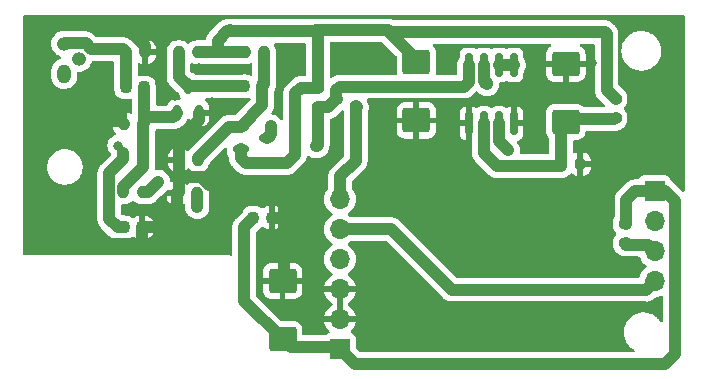
<source format=gbr>
%TF.GenerationSoftware,KiCad,Pcbnew,7.0.8*%
%TF.CreationDate,2025-06-05T10:18:11-04:00*%
%TF.ProjectId,happless,68617070-6c65-4737-932e-6b696361645f,rev?*%
%TF.SameCoordinates,Original*%
%TF.FileFunction,Copper,L1,Top*%
%TF.FilePolarity,Positive*%
%FSLAX46Y46*%
G04 Gerber Fmt 4.6, Leading zero omitted, Abs format (unit mm)*
G04 Created by KiCad (PCBNEW 7.0.8) date 2025-06-05 10:18:11*
%MOMM*%
%LPD*%
G01*
G04 APERTURE LIST*
G04 Aperture macros list*
%AMRoundRect*
0 Rectangle with rounded corners*
0 $1 Rounding radius*
0 $2 $3 $4 $5 $6 $7 $8 $9 X,Y pos of 4 corners*
0 Add a 4 corners polygon primitive as box body*
4,1,4,$2,$3,$4,$5,$6,$7,$8,$9,$2,$3,0*
0 Add four circle primitives for the rounded corners*
1,1,$1+$1,$2,$3*
1,1,$1+$1,$4,$5*
1,1,$1+$1,$6,$7*
1,1,$1+$1,$8,$9*
0 Add four rect primitives between the rounded corners*
20,1,$1+$1,$2,$3,$4,$5,0*
20,1,$1+$1,$4,$5,$6,$7,0*
20,1,$1+$1,$6,$7,$8,$9,0*
20,1,$1+$1,$8,$9,$2,$3,0*%
G04 Aperture macros list end*
%TA.AperFunction,SMDPad,CuDef*%
%ADD10RoundRect,0.200000X-0.200000X-0.275000X0.200000X-0.275000X0.200000X0.275000X-0.200000X0.275000X0*%
%TD*%
%TA.AperFunction,SMDPad,CuDef*%
%ADD11RoundRect,0.150000X0.150000X-0.825000X0.150000X0.825000X-0.150000X0.825000X-0.150000X-0.825000X0*%
%TD*%
%TA.AperFunction,SMDPad,CuDef*%
%ADD12RoundRect,0.200000X0.275000X-0.200000X0.275000X0.200000X-0.275000X0.200000X-0.275000X-0.200000X0*%
%TD*%
%TA.AperFunction,SMDPad,CuDef*%
%ADD13RoundRect,0.250000X-0.925000X0.787500X-0.925000X-0.787500X0.925000X-0.787500X0.925000X0.787500X0*%
%TD*%
%TA.AperFunction,SMDPad,CuDef*%
%ADD14RoundRect,0.200000X0.200000X0.275000X-0.200000X0.275000X-0.200000X-0.275000X0.200000X-0.275000X0*%
%TD*%
%TA.AperFunction,SMDPad,CuDef*%
%ADD15RoundRect,0.250000X0.925000X-0.787500X0.925000X0.787500X-0.925000X0.787500X-0.925000X-0.787500X0*%
%TD*%
%TA.AperFunction,ComponentPad*%
%ADD16O,1.200000X1.600000*%
%TD*%
%TA.AperFunction,ComponentPad*%
%ADD17O,1.200000X1.200000*%
%TD*%
%TA.AperFunction,ComponentPad*%
%ADD18R,1.700000X1.700000*%
%TD*%
%TA.AperFunction,ComponentPad*%
%ADD19O,1.700000X1.700000*%
%TD*%
%TA.AperFunction,SMDPad,CuDef*%
%ADD20RoundRect,0.200000X-0.275000X0.200000X-0.275000X-0.200000X0.275000X-0.200000X0.275000X0.200000X0*%
%TD*%
%TA.AperFunction,SMDPad,CuDef*%
%ADD21RoundRect,0.225000X-0.225000X-0.250000X0.225000X-0.250000X0.225000X0.250000X-0.225000X0.250000X0*%
%TD*%
%TA.AperFunction,SMDPad,CuDef*%
%ADD22RoundRect,0.150000X-0.512500X-0.150000X0.512500X-0.150000X0.512500X0.150000X-0.512500X0.150000X0*%
%TD*%
%TA.AperFunction,SMDPad,CuDef*%
%ADD23RoundRect,0.150000X0.150000X-0.512500X0.150000X0.512500X-0.150000X0.512500X-0.150000X-0.512500X0*%
%TD*%
%TA.AperFunction,ViaPad*%
%ADD24C,0.800000*%
%TD*%
%TA.AperFunction,Conductor*%
%ADD25C,1.000000*%
%TD*%
G04 APERTURE END LIST*
D10*
%TO.P,R2,1*%
%TO.N,Net-(Q1-E)*%
X92037400Y-71932800D03*
%TO.P,R2,2*%
%TO.N,GND*%
X93687400Y-71932800D03*
%TD*%
D11*
%TO.P,U1,1,GND*%
%TO.N,GND*%
X121093800Y-77975000D03*
%TO.P,U1,2,+*%
%TO.N,Net-(U1-+)*%
X122363800Y-77975000D03*
%TO.P,U1,3,-*%
%TO.N,OPTO_CIRCUIT_OUT*%
X123633800Y-77975000D03*
%TO.P,U1,4,V-*%
%TO.N,GND*%
X124903800Y-77975000D03*
%TO.P,U1,5,BAL*%
%TO.N,Net-(U1-BAL)*%
X124903800Y-73025000D03*
%TO.P,U1,6,STRB*%
X123633800Y-73025000D03*
%TO.P,U1,7*%
%TO.N,OPTICAL_SIGNAL*%
X122363800Y-73025000D03*
%TO.P,U1,8,V+*%
%TO.N,+5V*%
X121093800Y-73025000D03*
%TD*%
D10*
%TO.P,R3,1*%
%TO.N,Net-(Q2-C)*%
X96507800Y-71932800D03*
%TO.P,R3,2*%
%TO.N,VCC*%
X98157800Y-71932800D03*
%TD*%
D12*
%TO.P,R13,1*%
%TO.N,TRIGGER_SIGNAL*%
X111506000Y-76504800D03*
%TO.P,R13,2*%
%TO.N,+5V*%
X111506000Y-74854800D03*
%TD*%
D10*
%TO.P,R1,1*%
%TO.N,Net-(Q2-B)*%
X91834200Y-83820000D03*
%TO.P,R1,2*%
%TO.N,Net-(Q2-C)*%
X93484200Y-83820000D03*
%TD*%
%TO.P,R9,1*%
%TO.N,VCC*%
X102108000Y-71932800D03*
%TO.P,R9,2*%
%TO.N,Net-(Q3-B)*%
X103758000Y-71932800D03*
%TD*%
D13*
%TO.P,C4,1*%
%TO.N,VCC*%
X116636800Y-72799000D03*
%TO.P,C4,2*%
%TO.N,GND*%
X116636800Y-77724000D03*
%TD*%
D12*
%TO.P,R12,1*%
%TO.N,+5V*%
X108284800Y-76606400D03*
%TO.P,R12,2*%
%TO.N,VCC*%
X108284800Y-74956400D03*
%TD*%
D14*
%TO.P,R8,1*%
%TO.N,OPTO_CIRCUIT_OUT*%
X98056200Y-83870800D03*
%TO.P,R8,2*%
%TO.N,GND*%
X96406200Y-83870800D03*
%TD*%
D15*
%TO.P,C5,1*%
%TO.N,Net-(U1-+)*%
X129286000Y-77849700D03*
%TO.P,C5,2*%
%TO.N,GND*%
X129286000Y-72924700D03*
%TD*%
D16*
%TO.P,Q1,1,C*%
%TO.N,VCC*%
X86817200Y-73761600D03*
D17*
%TO.P,Q1,2,B*%
%TO.N,unconnected-(Q1-B-Pad2)*%
X88087200Y-72491600D03*
%TO.P,Q1,3,E*%
%TO.N,Net-(Q1-E)*%
X86817200Y-71221600D03*
%TD*%
D10*
%TO.P,R5,1*%
%TO.N,VCC*%
X91834200Y-80975200D03*
%TO.P,R5,2*%
%TO.N,Net-(Q2-B)*%
X93484200Y-80975200D03*
%TD*%
D12*
%TO.P,R14,1*%
%TO.N,OPTICAL_SIGNAL*%
X134264400Y-88138000D03*
%TO.P,R14,2*%
%TO.N,+5V*%
X134264400Y-86488000D03*
%TD*%
D18*
%TO.P,J2,1,Pin_1*%
%TO.N,+5V*%
X110185200Y-97078800D03*
D19*
%TO.P,J2,2,Pin_2*%
%TO.N,GND*%
X110185200Y-94538800D03*
%TO.P,J2,3,Pin_3*%
X110185200Y-91998800D03*
%TO.P,J2,4,Pin_4*%
%TO.N,OPTICAL_SIGNAL*%
X110185200Y-89458800D03*
%TO.P,J2,5,Pin_5*%
%TO.N,TRIGGER_SIGNAL*%
X110185200Y-86918800D03*
%TO.P,J2,6,Pin_6*%
X110185200Y-84378800D03*
%TD*%
D18*
%TO.P,J1,1,Pin_1*%
%TO.N,+5V*%
X136804400Y-83718400D03*
D19*
%TO.P,J1,2,Pin_2*%
%TO.N,GND*%
X136804400Y-86258400D03*
%TO.P,J1,3,Pin_3*%
%TO.N,OPTICAL_SIGNAL*%
X136804400Y-88798400D03*
%TO.P,J1,4,Pin_4*%
%TO.N,TRIGGER_SIGNAL*%
X136804400Y-91338400D03*
%TD*%
D20*
%TO.P,R10,1*%
%TO.N,VCC*%
X133502400Y-75883000D03*
%TO.P,R10,2*%
%TO.N,Net-(U1-+)*%
X133502400Y-77533000D03*
%TD*%
D21*
%TO.P,C1,1*%
%TO.N,Net-(Q1-E)*%
X92049600Y-74930000D03*
%TO.P,C1,2*%
%TO.N,Net-(Q2-B)*%
X93599600Y-74930000D03*
%TD*%
D15*
%TO.P,C6,1*%
%TO.N,+5V*%
X105308400Y-96239300D03*
%TO.P,C6,2*%
%TO.N,GND*%
X105308400Y-91314300D03*
%TD*%
D10*
%TO.P,R11,1*%
%TO.N,Net-(U1-+)*%
X128867400Y-81432400D03*
%TO.P,R11,2*%
%TO.N,GND*%
X130517400Y-81432400D03*
%TD*%
D21*
%TO.P,C7,1*%
%TO.N,+5V*%
X102844000Y-85953600D03*
%TO.P,C7,2*%
%TO.N,GND*%
X104394000Y-85953600D03*
%TD*%
%TO.P,C2,1*%
%TO.N,VCC*%
X91871200Y-86766400D03*
%TO.P,C2,2*%
%TO.N,GND*%
X93421200Y-86766400D03*
%TD*%
D22*
%TO.P,Q3,1,B*%
%TO.N,Net-(Q3-B)*%
X101752400Y-78262400D03*
%TO.P,Q3,2,C*%
%TO.N,VCC*%
X101752400Y-80162400D03*
%TO.P,Q3,3,E*%
%TO.N,OPTO_CIRCUIT_OUT*%
X104027400Y-79212400D03*
%TD*%
D14*
%TO.P,R6,1*%
%TO.N,Net-(Q3-B)*%
X98157800Y-81076800D03*
%TO.P,R6,2*%
%TO.N,GND*%
X96507800Y-81076800D03*
%TD*%
D23*
%TO.P,Q2,1,B*%
%TO.N,Net-(Q2-B)*%
X96367600Y-77114400D03*
%TO.P,Q2,2,E*%
%TO.N,GND*%
X98267600Y-77114400D03*
%TO.P,Q2,3,C*%
%TO.N,Net-(Q2-C)*%
X97317600Y-74839400D03*
%TD*%
D21*
%TO.P,C3,1*%
%TO.N,Net-(Q2-C)*%
X102057200Y-74828400D03*
%TO.P,C3,2*%
%TO.N,Net-(Q3-B)*%
X103607200Y-74828400D03*
%TD*%
D14*
%TO.P,R4,1*%
%TO.N,Net-(Q2-B)*%
X93535000Y-78028800D03*
%TO.P,R4,2*%
%TO.N,GND*%
X91885000Y-78028800D03*
%TD*%
D24*
%TO.N,VCC*%
X100888800Y-70104000D03*
X91389200Y-79857600D03*
%TO.N,GND*%
X129286000Y-74879200D03*
X113792000Y-76454000D03*
X124917200Y-76352400D03*
X108000800Y-94335600D03*
X113893600Y-81534000D03*
X109829600Y-72948800D03*
X107950000Y-91998800D03*
X112318800Y-94538800D03*
X95046800Y-71882000D03*
X98196400Y-73304400D03*
X102108000Y-73355200D03*
X99314000Y-76149200D03*
X112217200Y-91998800D03*
X96164400Y-75692000D03*
X114198400Y-72948800D03*
X126949200Y-72948800D03*
X131470400Y-72898000D03*
X125272800Y-85445600D03*
X106121200Y-72898000D03*
%TO.N,Net-(Q2-C)*%
X96469200Y-73355200D03*
X94792800Y-82905600D03*
%TO.N,+5V*%
X102044200Y-89001600D03*
X108254800Y-79908400D03*
%TO.N,OPTICAL_SIGNAL*%
X134366000Y-88239600D03*
X122631200Y-74574400D03*
%TO.N,OPTO_CIRCUIT_OUT*%
X98094800Y-85090000D03*
X104343200Y-78232000D03*
X124409200Y-80264000D03*
%TD*%
D25*
%TO.N,+5V*%
X136804400Y-83718400D02*
X137718800Y-83718400D01*
X111455200Y-98348800D02*
X110185200Y-97078800D01*
X137718800Y-83718400D02*
X138531600Y-84531200D01*
X138531600Y-97536000D02*
X137718800Y-98348800D01*
X137718800Y-98348800D02*
X111455200Y-98348800D01*
X138531600Y-84531200D02*
X138531600Y-97536000D01*
X136804400Y-83718400D02*
X135128000Y-83718400D01*
X135128000Y-83718400D02*
X134416800Y-84429600D01*
X134416800Y-84429600D02*
X134416800Y-86488000D01*
%TO.N,OPTICAL_SIGNAL*%
X134366000Y-88239600D02*
X136245600Y-88239600D01*
X136245600Y-88239600D02*
X136804400Y-88798400D01*
%TO.N,TRIGGER_SIGNAL*%
X136804400Y-91338400D02*
X136093200Y-92049600D01*
X114503200Y-86918800D02*
X110185200Y-86918800D01*
X136093200Y-92049600D02*
X119634000Y-92049600D01*
X119634000Y-92049600D02*
X114503200Y-86918800D01*
%TO.N,Net-(Q1-E)*%
X86847200Y-71191600D02*
X88625678Y-71191600D01*
X86817200Y-71221600D02*
X86847200Y-71191600D01*
X89112878Y-71678800D02*
X91783400Y-71678800D01*
X91783400Y-71678800D02*
X92037400Y-71932800D01*
X88625678Y-71191600D02*
X89112878Y-71678800D01*
X92037400Y-71932800D02*
X92037400Y-74917800D01*
X92037400Y-74917800D02*
X92049600Y-74930000D01*
%TO.N,Net-(Q2-B)*%
X93599600Y-74930000D02*
X93599600Y-76758800D01*
X93599600Y-77964200D02*
X93535000Y-78028800D01*
X93599600Y-76758800D02*
X93599600Y-77964200D01*
X96012000Y-77470000D02*
X96367600Y-77114400D01*
X93535000Y-78028800D02*
X93535000Y-80924400D01*
X93484200Y-81674200D02*
X93484200Y-81000200D01*
X93599600Y-77470000D02*
X96012000Y-77470000D01*
X91834200Y-83324200D02*
X93484200Y-81674200D01*
X93535000Y-80924400D02*
X93484200Y-80975200D01*
X91834200Y-83820000D02*
X91834200Y-83324200D01*
%TO.N,VCC*%
X99822000Y-71932800D02*
X99872800Y-71932800D01*
X116636800Y-72542400D02*
X116636800Y-72799000D01*
X114330000Y-70235600D02*
X116636800Y-72542400D01*
X102209600Y-81330800D02*
X101752400Y-80873600D01*
X105664000Y-81330800D02*
X102209600Y-81330800D01*
X98157800Y-71932800D02*
X99822000Y-71932800D01*
X99822000Y-70967600D02*
X100634800Y-70154800D01*
X91834200Y-80975200D02*
X91834200Y-80500200D01*
X101752400Y-80873600D02*
X101752400Y-80162400D01*
X108284800Y-70235600D02*
X108416400Y-70104000D01*
X132740400Y-75121000D02*
X133502400Y-75883000D01*
X108284800Y-70235600D02*
X108284800Y-74956400D01*
X91834200Y-80987400D02*
X91834200Y-80975200D01*
X132740400Y-70408800D02*
X132740400Y-75121000D01*
X91338400Y-86766400D02*
X90634200Y-86062200D01*
X106375200Y-80619600D02*
X105664000Y-81330800D01*
X99822000Y-71932800D02*
X99822000Y-70967600D01*
X108153200Y-70104000D02*
X108284800Y-70235600D01*
X91871200Y-86766400D02*
X91338400Y-86766400D01*
X114330000Y-70235600D02*
X132567200Y-70235600D01*
X108284800Y-74956400D02*
X106856800Y-74956400D01*
X108102400Y-70154800D02*
X108153200Y-70104000D01*
X106375200Y-75438000D02*
X106375200Y-80619600D01*
X100634800Y-70154800D02*
X100838000Y-70154800D01*
X90634200Y-86062200D02*
X90634200Y-82187400D01*
X100838000Y-70154800D02*
X100888800Y-70104000D01*
X100888800Y-70104000D02*
X100939600Y-70154800D01*
X114198400Y-70104000D02*
X114330000Y-70235600D01*
X132567200Y-70235600D02*
X132740400Y-70408800D01*
X90634200Y-82187400D02*
X91834200Y-80987400D01*
X106856800Y-74956400D02*
X106375200Y-75438000D01*
X100939600Y-70154800D02*
X108102400Y-70154800D01*
X108416400Y-70104000D02*
X114198400Y-70104000D01*
X99872800Y-71932800D02*
X102108000Y-71932800D01*
%TO.N,GND*%
X93687400Y-71457800D02*
X91825600Y-69596000D01*
X99092792Y-83159600D02*
X104851200Y-83159600D01*
X96406200Y-85995800D02*
X95635600Y-86766400D01*
X85090000Y-75692000D02*
X87985600Y-75692000D01*
X105410000Y-85852000D02*
X105410000Y-91212700D01*
X96406200Y-83870800D02*
X96406200Y-85995800D01*
X93421200Y-86766400D02*
X95635600Y-86766400D01*
X84074000Y-70307200D02*
X84074000Y-74676000D01*
X91825600Y-69596000D02*
X84785200Y-69596000D01*
X105410000Y-83718400D02*
X105410000Y-85852000D01*
X84074000Y-74676000D02*
X85090000Y-75692000D01*
X105410000Y-91212700D02*
X105308400Y-91314300D01*
X96507800Y-81076800D02*
X96507800Y-83769200D01*
X88931500Y-76637900D02*
X90494100Y-76637900D01*
X96507800Y-79412600D02*
X96507800Y-81076800D01*
X96507800Y-82499200D02*
X98432392Y-82499200D01*
X104851200Y-83159600D02*
X105410000Y-83718400D01*
X105308400Y-85953600D02*
X105410000Y-85852000D01*
X90494100Y-76637900D02*
X89052400Y-78079600D01*
X89751200Y-88188800D02*
X93167200Y-88188800D01*
X89052400Y-87490000D02*
X89751200Y-88188800D01*
X96507800Y-83769200D02*
X96406200Y-83870800D01*
X93167200Y-88188800D02*
X93421200Y-87934800D01*
X93687400Y-71932800D02*
X93687400Y-71457800D01*
X98267600Y-77652800D02*
X96507800Y-79412600D01*
X84785200Y-69596000D02*
X84074000Y-70307200D01*
X98267600Y-77114400D02*
X98267600Y-77652800D01*
X90494100Y-76637900D02*
X91885000Y-78028800D01*
X87985600Y-75692000D02*
X88931500Y-76637900D01*
X98432392Y-82499200D02*
X99092792Y-83159600D01*
X93421200Y-87934800D02*
X93421200Y-86766400D01*
X104394000Y-85953600D02*
X105308400Y-85953600D01*
X89052400Y-78079600D02*
X89052400Y-87490000D01*
%TO.N,Net-(Q2-C)*%
X96507800Y-74029600D02*
X97317600Y-74839400D01*
X97317600Y-74839400D02*
X102046200Y-74839400D01*
X102046200Y-74839400D02*
X102057200Y-74828400D01*
X93484200Y-83820000D02*
X93878400Y-83820000D01*
X93878400Y-83820000D02*
X94792800Y-82905600D01*
X96507800Y-71932800D02*
X96507800Y-74029600D01*
%TO.N,Net-(Q3-B)*%
X103607200Y-74828400D02*
X103607200Y-76407600D01*
X98157800Y-81076800D02*
X98157800Y-80861400D01*
X98157800Y-80861400D02*
X100756800Y-78262400D01*
X103607200Y-76407600D02*
X101752400Y-78262400D01*
X103758000Y-74677600D02*
X103607200Y-74828400D01*
X100756800Y-78262400D02*
X101752400Y-78262400D01*
X103758000Y-71932800D02*
X103758000Y-74677600D01*
%TO.N,+5V*%
X111506000Y-74854800D02*
X120674400Y-74854800D01*
X108254800Y-79908400D02*
X108153200Y-79908400D01*
X109880400Y-75895200D02*
X109829600Y-75946000D01*
X108284800Y-76606400D02*
X108284800Y-79776800D01*
X109169200Y-76606400D02*
X109829600Y-75946000D01*
X110032800Y-96926400D02*
X110185200Y-97078800D01*
X102044200Y-92975100D02*
X105308400Y-96239300D01*
X108153200Y-79908400D02*
X108254800Y-79806800D01*
X108284800Y-76606400D02*
X109169200Y-76606400D01*
X102044200Y-86753400D02*
X102844000Y-85953600D01*
X109829600Y-75946000D02*
X109880400Y-75946000D01*
X105308400Y-96239300D02*
X105995500Y-96926400D01*
X110158800Y-74854800D02*
X111506000Y-74854800D01*
X105995500Y-96926400D02*
X110032800Y-96926400D01*
X108254800Y-79806800D02*
X108254800Y-79908400D01*
X121093800Y-74435400D02*
X121093800Y-73025000D01*
X109880400Y-75946000D02*
X109880400Y-75895200D01*
X102044200Y-89001600D02*
X102044200Y-86753400D01*
X109829600Y-75184000D02*
X110158800Y-74854800D01*
X120674400Y-74854800D02*
X121093800Y-74435400D01*
X109829600Y-75946000D02*
X109829600Y-75184000D01*
X108284800Y-79776800D02*
X108254800Y-79806800D01*
X102044200Y-89001600D02*
X102044200Y-92975100D01*
%TO.N,OPTICAL_SIGNAL*%
X122363800Y-73025000D02*
X122363800Y-74408600D01*
X122631200Y-74676000D02*
X122478800Y-74523600D01*
X122529600Y-74574400D02*
X122631200Y-74574400D01*
X122631200Y-74574400D02*
X122631200Y-74676000D01*
X134416800Y-88188800D02*
X134366000Y-88239600D01*
X134416800Y-88138000D02*
X134416800Y-88188800D01*
X122363800Y-74408600D02*
X122529600Y-74574400D01*
%TO.N,TRIGGER_SIGNAL*%
X111506000Y-81127600D02*
X110185200Y-82448400D01*
X111506000Y-76504800D02*
X111506000Y-81127600D01*
X110185200Y-82448400D02*
X110185200Y-84378800D01*
X111607600Y-76606400D02*
X111506000Y-76504800D01*
%TO.N,OPTO_CIRCUIT_OUT*%
X98056200Y-85051400D02*
X98056200Y-83870800D01*
X123633800Y-77975000D02*
X123633800Y-79488600D01*
X104343200Y-78232000D02*
X104343200Y-78896600D01*
X104343200Y-78896600D02*
X104027400Y-79212400D01*
X123633800Y-79488600D02*
X124409200Y-80264000D01*
X98094800Y-85090000D02*
X98056200Y-85051400D01*
X124409200Y-80264000D02*
X124358400Y-80213200D01*
%TO.N,Net-(U1-BAL)*%
X123633800Y-73025000D02*
X124903800Y-73025000D01*
%TO.N,Net-(U1-+)*%
X123444000Y-81584800D02*
X128879600Y-81584800D01*
X129286000Y-77849700D02*
X129513300Y-77622400D01*
X122363800Y-77975000D02*
X122363800Y-80504600D01*
X129286000Y-77849700D02*
X128879600Y-78256100D01*
X129513300Y-77622400D02*
X133413000Y-77622400D01*
X128879600Y-80162400D02*
X128879600Y-81420200D01*
X128879600Y-78256100D02*
X128879600Y-80162400D01*
X128879600Y-81420200D02*
X128867400Y-81432400D01*
X128879600Y-81584800D02*
X128879600Y-80162400D01*
X122363800Y-80504600D02*
X123444000Y-81584800D01*
X133413000Y-77622400D02*
X133502400Y-77533000D01*
%TD*%
%TA.AperFunction,Conductor*%
%TO.N,GND*%
G36*
X114104456Y-87938985D02*
G01*
X114125098Y-87955619D01*
X118917547Y-92748067D01*
X118978941Y-92812653D01*
X118978944Y-92812655D01*
X118978947Y-92812658D01*
X119013053Y-92836395D01*
X119029303Y-92847706D01*
X119033044Y-92850526D01*
X119080593Y-92889298D01*
X119111045Y-92905204D01*
X119117758Y-92909272D01*
X119145951Y-92928895D01*
X119202329Y-92953089D01*
X119206578Y-92955107D01*
X119260951Y-92983509D01*
X119288489Y-92991388D01*
X119293974Y-92992958D01*
X119301368Y-92995590D01*
X119332942Y-93009140D01*
X119332945Y-93009140D01*
X119332946Y-93009141D01*
X119393022Y-93021487D01*
X119397600Y-93022610D01*
X119399704Y-93023212D01*
X119456582Y-93039487D01*
X119490839Y-93042095D01*
X119498614Y-93043186D01*
X119532255Y-93050100D01*
X119532259Y-93050100D01*
X119593598Y-93050100D01*
X119598304Y-93050278D01*
X119625595Y-93052357D01*
X119659475Y-93054937D01*
X119659475Y-93054936D01*
X119659476Y-93054937D01*
X119693559Y-93050596D01*
X119701389Y-93050100D01*
X136080484Y-93050100D01*
X136169558Y-93052357D01*
X136169558Y-93052356D01*
X136169563Y-93052357D01*
X136229953Y-93041532D01*
X136234612Y-93040880D01*
X136276807Y-93036588D01*
X136295638Y-93034674D01*
X136328427Y-93024386D01*
X136336040Y-93022518D01*
X136369853Y-93016458D01*
X136426821Y-92993701D01*
X136431253Y-92992124D01*
X136489788Y-92973759D01*
X136519827Y-92957084D01*
X136526908Y-92953722D01*
X136558817Y-92940977D01*
X136610054Y-92907208D01*
X136614051Y-92904787D01*
X136667702Y-92875009D01*
X136693768Y-92852630D01*
X136700043Y-92847900D01*
X136700345Y-92847701D01*
X136728719Y-92829002D01*
X136772117Y-92785602D01*
X136775536Y-92782434D01*
X136822095Y-92742466D01*
X136830362Y-92731784D01*
X136886956Y-92690819D01*
X136917608Y-92684154D01*
X137039808Y-92673463D01*
X137268063Y-92612303D01*
X137354697Y-92571904D01*
X137423772Y-92561413D01*
X137487556Y-92589932D01*
X137525796Y-92648409D01*
X137531100Y-92684287D01*
X137531100Y-94706757D01*
X137511415Y-94773796D01*
X137458611Y-94819551D01*
X137389453Y-94829495D01*
X137325897Y-94800470D01*
X137299713Y-94768757D01*
X137265048Y-94708715D01*
X137188736Y-94613022D01*
X137186498Y-94610035D01*
X137170949Y-94587930D01*
X137170938Y-94587917D01*
X137159967Y-94576517D01*
X137156165Y-94572179D01*
X137132159Y-94542078D01*
X137108472Y-94512375D01*
X137014105Y-94424815D01*
X137011618Y-94422374D01*
X136992860Y-94402883D01*
X136981840Y-94394483D01*
X136977257Y-94390625D01*
X136924386Y-94341567D01*
X136812415Y-94265226D01*
X136809755Y-94263308D01*
X136788612Y-94247192D01*
X136778254Y-94241559D01*
X136772946Y-94238318D01*
X136716899Y-94200106D01*
X136588206Y-94138130D01*
X136585500Y-94136744D01*
X136573939Y-94130457D01*
X136562995Y-94124506D01*
X136553919Y-94121247D01*
X136547970Y-94118754D01*
X136490650Y-94091150D01*
X136490647Y-94091149D01*
X136490645Y-94091148D01*
X136443073Y-94076474D01*
X136346542Y-94046697D01*
X136343861Y-94045803D01*
X136321304Y-94037701D01*
X136321299Y-94037700D01*
X136321297Y-94037699D01*
X136321287Y-94037697D01*
X136313982Y-94036279D01*
X136307518Y-94034660D01*
X136250688Y-94017130D01*
X136250684Y-94017129D01*
X136250680Y-94017128D01*
X136250679Y-94017128D01*
X136192899Y-94008419D01*
X136091573Y-93993146D01*
X136069176Y-93988802D01*
X136069177Y-93988802D01*
X136064005Y-93988604D01*
X136057145Y-93987957D01*
X136002369Y-93979700D01*
X136002361Y-93979700D01*
X135831699Y-93979700D01*
X135812547Y-93978965D01*
X135809734Y-93979291D01*
X135802619Y-93979700D01*
X135751231Y-93979700D01*
X135571417Y-94006803D01*
X135557422Y-94008419D01*
X135557410Y-94008421D01*
X135556964Y-94008544D01*
X135549797Y-94010062D01*
X135502914Y-94017129D01*
X135316635Y-94074589D01*
X135309777Y-94076474D01*
X135306563Y-94077628D01*
X135303889Y-94078521D01*
X135262953Y-94091148D01*
X135036708Y-94200101D01*
X135036707Y-94200102D01*
X134829213Y-94341568D01*
X134645131Y-94512370D01*
X134488555Y-94708711D01*
X134362994Y-94926188D01*
X134271250Y-95159947D01*
X134271245Y-95159964D01*
X134215367Y-95404780D01*
X134196602Y-95655195D01*
X134196602Y-95655204D01*
X134215367Y-95905619D01*
X134237759Y-96003724D01*
X134271248Y-96150447D01*
X134271250Y-96150452D01*
X134362994Y-96384211D01*
X134362993Y-96384211D01*
X134418414Y-96480202D01*
X134488555Y-96601689D01*
X134615017Y-96760267D01*
X134645131Y-96798029D01*
X134763132Y-96907517D01*
X134829214Y-96968832D01*
X135036701Y-97110294D01*
X135036706Y-97110296D01*
X135036707Y-97110297D01*
X135036708Y-97110298D01*
X135041447Y-97112580D01*
X135093307Y-97159402D01*
X135111620Y-97226829D01*
X135090572Y-97293453D01*
X135036846Y-97338122D01*
X134987646Y-97348300D01*
X111920983Y-97348300D01*
X111853944Y-97328615D01*
X111833302Y-97311981D01*
X111572018Y-97050697D01*
X111538533Y-96989374D01*
X111535699Y-96963016D01*
X111535699Y-96180929D01*
X111535698Y-96180923D01*
X111529291Y-96121316D01*
X111478997Y-95986471D01*
X111478993Y-95986464D01*
X111392747Y-95871255D01*
X111392744Y-95871252D01*
X111277535Y-95785006D01*
X111277528Y-95785002D01*
X111145601Y-95735797D01*
X111089667Y-95693926D01*
X111065250Y-95628462D01*
X111080102Y-95560189D01*
X111101253Y-95531933D01*
X111223308Y-95409878D01*
X111358800Y-95216378D01*
X111458629Y-95002292D01*
X111458632Y-95002286D01*
X111515836Y-94788800D01*
X110618886Y-94788800D01*
X110644693Y-94748644D01*
X110685200Y-94610689D01*
X110685200Y-94466911D01*
X110644693Y-94328956D01*
X110618886Y-94288800D01*
X111515836Y-94288800D01*
X111515835Y-94288799D01*
X111458632Y-94075313D01*
X111458629Y-94075307D01*
X111358800Y-93861222D01*
X111358799Y-93861220D01*
X111223313Y-93667726D01*
X111223308Y-93667720D01*
X111056282Y-93500694D01*
X110870168Y-93370375D01*
X110826544Y-93315798D01*
X110819351Y-93246299D01*
X110850873Y-93183945D01*
X110870168Y-93167225D01*
X111056282Y-93036905D01*
X111223305Y-92869882D01*
X111358800Y-92676378D01*
X111458629Y-92462292D01*
X111458632Y-92462286D01*
X111515836Y-92248800D01*
X110618886Y-92248800D01*
X110644693Y-92208644D01*
X110685200Y-92070689D01*
X110685200Y-91926911D01*
X110644693Y-91788956D01*
X110618886Y-91748800D01*
X111515836Y-91748800D01*
X111515835Y-91748799D01*
X111458632Y-91535313D01*
X111458629Y-91535307D01*
X111358800Y-91321222D01*
X111358799Y-91321220D01*
X111223313Y-91127726D01*
X111223308Y-91127720D01*
X111056278Y-90960690D01*
X110870605Y-90830679D01*
X110826980Y-90776102D01*
X110819788Y-90706604D01*
X110851310Y-90644249D01*
X110870606Y-90627530D01*
X111056601Y-90497295D01*
X111223695Y-90330201D01*
X111359235Y-90136630D01*
X111459103Y-89922463D01*
X111520263Y-89694208D01*
X111540859Y-89458800D01*
X111520263Y-89223392D01*
X111459103Y-88995137D01*
X111359235Y-88780971D01*
X111353786Y-88773188D01*
X111223694Y-88587397D01*
X111056602Y-88420306D01*
X111056596Y-88420301D01*
X110871042Y-88290375D01*
X110827417Y-88235798D01*
X110820223Y-88166300D01*
X110851746Y-88103945D01*
X110871042Y-88087225D01*
X110893226Y-88071691D01*
X111056601Y-87957295D01*
X111058277Y-87955619D01*
X111059195Y-87955117D01*
X111060744Y-87953818D01*
X111061005Y-87954129D01*
X111119600Y-87922134D01*
X111145958Y-87919300D01*
X114037417Y-87919300D01*
X114104456Y-87938985D01*
G37*
%TD.AperFunction*%
%TA.AperFunction,Conductor*%
G36*
X139286939Y-68803385D02*
G01*
X139332694Y-68856189D01*
X139343900Y-68907700D01*
X139343900Y-83629217D01*
X139324215Y-83696256D01*
X139271411Y-83742011D01*
X139202253Y-83751955D01*
X139138697Y-83722930D01*
X139132219Y-83716898D01*
X138435252Y-83019932D01*
X138373861Y-82955349D01*
X138373860Y-82955348D01*
X138373859Y-82955347D01*
X138346004Y-82935959D01*
X138323509Y-82920302D01*
X138319746Y-82917464D01*
X138272213Y-82878705D01*
X138241759Y-82862797D01*
X138235044Y-82858729D01*
X138206849Y-82839105D01*
X138206848Y-82839104D01*
X138201688Y-82835513D01*
X138202732Y-82834012D01*
X138159787Y-82790474D01*
X138151318Y-82768141D01*
X138151202Y-82768185D01*
X138098197Y-82626071D01*
X138098193Y-82626064D01*
X138011947Y-82510855D01*
X138011944Y-82510852D01*
X137896735Y-82424606D01*
X137896728Y-82424602D01*
X137761882Y-82374308D01*
X137761883Y-82374308D01*
X137702283Y-82367901D01*
X137702281Y-82367900D01*
X137702273Y-82367900D01*
X137702264Y-82367900D01*
X135906529Y-82367900D01*
X135906523Y-82367901D01*
X135846916Y-82374308D01*
X135712071Y-82424602D01*
X135712064Y-82424606D01*
X135596855Y-82510852D01*
X135596852Y-82510855D01*
X135510606Y-82626064D01*
X135510604Y-82626068D01*
X135510604Y-82626069D01*
X135506439Y-82637234D01*
X135464571Y-82693166D01*
X135399107Y-82717584D01*
X135390259Y-82717900D01*
X135140717Y-82717900D01*
X135051637Y-82715643D01*
X135051628Y-82715643D01*
X134991260Y-82726464D01*
X134986595Y-82727118D01*
X134925563Y-82733325D01*
X134925555Y-82733327D01*
X134892781Y-82743610D01*
X134885154Y-82745482D01*
X134851350Y-82751541D01*
X134794384Y-82774294D01*
X134789948Y-82775873D01*
X134731414Y-82794240D01*
X134731412Y-82794241D01*
X134701385Y-82810906D01*
X134694293Y-82814274D01*
X134662383Y-82827021D01*
X134611154Y-82860783D01*
X134607126Y-82863224D01*
X134553502Y-82892988D01*
X134553499Y-82892990D01*
X134527427Y-82915370D01*
X134521160Y-82920095D01*
X134492482Y-82938998D01*
X134492475Y-82939003D01*
X134449116Y-82982362D01*
X134445661Y-82985564D01*
X134399106Y-83025532D01*
X134399105Y-83025533D01*
X134378076Y-83052700D01*
X134372884Y-83058594D01*
X133718332Y-83713146D01*
X133653746Y-83774542D01*
X133618699Y-83824894D01*
X133615862Y-83828656D01*
X133577102Y-83876192D01*
X133577099Y-83876197D01*
X133561192Y-83906647D01*
X133557124Y-83913361D01*
X133537502Y-83941554D01*
X133513309Y-83997930D01*
X133511288Y-84002184D01*
X133482891Y-84056551D01*
X133482890Y-84056552D01*
X133473440Y-84089575D01*
X133470807Y-84096971D01*
X133457259Y-84128543D01*
X133444913Y-84188619D01*
X133443790Y-84193195D01*
X133426913Y-84252177D01*
X133426913Y-84252179D01*
X133424303Y-84286441D01*
X133423214Y-84294208D01*
X133417780Y-84320652D01*
X133416300Y-84327858D01*
X133416300Y-84389197D01*
X133416121Y-84393906D01*
X133411462Y-84455074D01*
X133413507Y-84471127D01*
X133415803Y-84489160D01*
X133416300Y-84496988D01*
X133416300Y-85847407D01*
X133398417Y-85911557D01*
X133345922Y-85998393D01*
X133295313Y-86160807D01*
X133288900Y-86231386D01*
X133288900Y-86744613D01*
X133295313Y-86815192D01*
X133295313Y-86815194D01*
X133295314Y-86815196D01*
X133345922Y-86977606D01*
X133426067Y-87110182D01*
X133433930Y-87123188D01*
X133536061Y-87225319D01*
X133569546Y-87286642D01*
X133564562Y-87356334D01*
X133536061Y-87400681D01*
X133433931Y-87502810D01*
X133433930Y-87502811D01*
X133345922Y-87648393D01*
X133295313Y-87810807D01*
X133288900Y-87881386D01*
X133288900Y-88394613D01*
X133295313Y-88465192D01*
X133345922Y-88627606D01*
X133433930Y-88773188D01*
X133554211Y-88893469D01*
X133554213Y-88893470D01*
X133554215Y-88893472D01*
X133657977Y-88956198D01*
X133685828Y-88979180D01*
X133691821Y-88985813D01*
X133691824Y-88985815D01*
X133691825Y-88985816D01*
X133693241Y-88986856D01*
X133709724Y-89001373D01*
X133710941Y-89002653D01*
X133784058Y-89053544D01*
X133855833Y-89106249D01*
X133857431Y-89106983D01*
X133876506Y-89117889D01*
X133877951Y-89118895D01*
X133959818Y-89154027D01*
X134040732Y-89191205D01*
X134042437Y-89191600D01*
X134063321Y-89198444D01*
X134064942Y-89199140D01*
X134152168Y-89217065D01*
X134238946Y-89237203D01*
X134240712Y-89237247D01*
X134262546Y-89239748D01*
X134264258Y-89240100D01*
X134264259Y-89240100D01*
X134353284Y-89240100D01*
X134442359Y-89242357D01*
X134442361Y-89242357D01*
X134442361Y-89242356D01*
X134442363Y-89242357D01*
X134443410Y-89242169D01*
X134444105Y-89242045D01*
X134465979Y-89240100D01*
X135441259Y-89240100D01*
X135508298Y-89259785D01*
X135553641Y-89311695D01*
X135630365Y-89476230D01*
X135630367Y-89476234D01*
X135765901Y-89669795D01*
X135765906Y-89669802D01*
X135932997Y-89836893D01*
X135933003Y-89836898D01*
X136118558Y-89966825D01*
X136162183Y-90021402D01*
X136169377Y-90090900D01*
X136137854Y-90153255D01*
X136118558Y-90169975D01*
X135932997Y-90299905D01*
X135765905Y-90466997D01*
X135630365Y-90660569D01*
X135630364Y-90660571D01*
X135530498Y-90874735D01*
X135530494Y-90874744D01*
X135508403Y-90957193D01*
X135472038Y-91016854D01*
X135409191Y-91047383D01*
X135388628Y-91049100D01*
X120099783Y-91049100D01*
X120032744Y-91029415D01*
X120012102Y-91012781D01*
X115219652Y-86220332D01*
X115158261Y-86155749D01*
X115158260Y-86155748D01*
X115158259Y-86155747D01*
X115122730Y-86131018D01*
X115107909Y-86120702D01*
X115104146Y-86117864D01*
X115056613Y-86079105D01*
X115056606Y-86079100D01*
X115026159Y-86063197D01*
X115019451Y-86059134D01*
X114991249Y-86039505D01*
X114991246Y-86039503D01*
X114991245Y-86039503D01*
X114991241Y-86039501D01*
X114934880Y-86015314D01*
X114930624Y-86013293D01*
X114876257Y-85984894D01*
X114876250Y-85984891D01*
X114876249Y-85984891D01*
X114864605Y-85981559D01*
X114843230Y-85975442D01*
X114835830Y-85972808D01*
X114804257Y-85959259D01*
X114804258Y-85959259D01*
X114744166Y-85946909D01*
X114739591Y-85945786D01*
X114680620Y-85928913D01*
X114680625Y-85928913D01*
X114646358Y-85926303D01*
X114638580Y-85925212D01*
X114604942Y-85918300D01*
X114604941Y-85918300D01*
X114543602Y-85918300D01*
X114538895Y-85918121D01*
X114533321Y-85917696D01*
X114477724Y-85913462D01*
X114457789Y-85916001D01*
X114443640Y-85917803D01*
X114435811Y-85918300D01*
X111145958Y-85918300D01*
X111078919Y-85898615D01*
X111058277Y-85881981D01*
X111056602Y-85880306D01*
X111056596Y-85880301D01*
X110871042Y-85750375D01*
X110827417Y-85695798D01*
X110820223Y-85626300D01*
X110851746Y-85563945D01*
X110871042Y-85547225D01*
X110949264Y-85492453D01*
X111056601Y-85417295D01*
X111223695Y-85250201D01*
X111359235Y-85056630D01*
X111459103Y-84842463D01*
X111520263Y-84614208D01*
X111540859Y-84378800D01*
X111520263Y-84143392D01*
X111470239Y-83956698D01*
X111459105Y-83915144D01*
X111459104Y-83915143D01*
X111459103Y-83915137D01*
X111359235Y-83700971D01*
X111305084Y-83623634D01*
X111223694Y-83507397D01*
X111222019Y-83505722D01*
X111221515Y-83504800D01*
X111220214Y-83503249D01*
X111220525Y-83502987D01*
X111188534Y-83444399D01*
X111185700Y-83418041D01*
X111185700Y-82914182D01*
X111205385Y-82847143D01*
X111222014Y-82826505D01*
X112204487Y-81844033D01*
X112269053Y-81782659D01*
X112304097Y-81732309D01*
X112306924Y-81728557D01*
X112345698Y-81681007D01*
X112361607Y-81650548D01*
X112365667Y-81643848D01*
X112385295Y-81615649D01*
X112409492Y-81559260D01*
X112411498Y-81555035D01*
X112439909Y-81500649D01*
X112449357Y-81467622D01*
X112451988Y-81460233D01*
X112465540Y-81428658D01*
X112477895Y-81368530D01*
X112478999Y-81364029D01*
X112495886Y-81305018D01*
X112498494Y-81270757D01*
X112499585Y-81262989D01*
X112506500Y-81229343D01*
X112506500Y-81167998D01*
X112506679Y-81163288D01*
X112506869Y-81160788D01*
X112511337Y-81102124D01*
X112506997Y-81068042D01*
X112506500Y-81060203D01*
X112506500Y-77974000D01*
X114961801Y-77974000D01*
X114961801Y-78561486D01*
X114972294Y-78664197D01*
X115027441Y-78830619D01*
X115027443Y-78830624D01*
X115119484Y-78979845D01*
X115243454Y-79103815D01*
X115392675Y-79195856D01*
X115392680Y-79195858D01*
X115559102Y-79251005D01*
X115559109Y-79251006D01*
X115661819Y-79261499D01*
X116386799Y-79261499D01*
X116386800Y-79261498D01*
X116386800Y-77974000D01*
X116886800Y-77974000D01*
X116886800Y-79261499D01*
X117611772Y-79261499D01*
X117611786Y-79261498D01*
X117714497Y-79251005D01*
X117880919Y-79195858D01*
X117880924Y-79195856D01*
X118030145Y-79103815D01*
X118154115Y-78979845D01*
X118246156Y-78830624D01*
X118246158Y-78830619D01*
X118301305Y-78664197D01*
X118301306Y-78664190D01*
X118311799Y-78561486D01*
X118311800Y-78561473D01*
X118311800Y-78225000D01*
X120293800Y-78225000D01*
X120293800Y-78865644D01*
X120296699Y-78902489D01*
X120296700Y-78902495D01*
X120342516Y-79060193D01*
X120342517Y-79060196D01*
X120426114Y-79201552D01*
X120426121Y-79201561D01*
X120542238Y-79317678D01*
X120542247Y-79317685D01*
X120683601Y-79401281D01*
X120841314Y-79447100D01*
X120841311Y-79447100D01*
X120843798Y-79447295D01*
X120843800Y-79447295D01*
X120843800Y-78225000D01*
X120293800Y-78225000D01*
X118311800Y-78225000D01*
X118311800Y-77974000D01*
X116886800Y-77974000D01*
X116386800Y-77974000D01*
X114961801Y-77974000D01*
X112506500Y-77974000D01*
X112506500Y-77725000D01*
X120293800Y-77725000D01*
X120843800Y-77725000D01*
X120843800Y-76502703D01*
X120841303Y-76502900D01*
X120683606Y-76548716D01*
X120683603Y-76548717D01*
X120542247Y-76632314D01*
X120542238Y-76632321D01*
X120426121Y-76748438D01*
X120426114Y-76748447D01*
X120342517Y-76889803D01*
X120342516Y-76889806D01*
X120296700Y-77047504D01*
X120296699Y-77047510D01*
X120293800Y-77084356D01*
X120293800Y-77725000D01*
X112506500Y-77725000D01*
X112506500Y-77474000D01*
X114961800Y-77474000D01*
X116386800Y-77474000D01*
X116386800Y-76186500D01*
X116886800Y-76186500D01*
X116886800Y-77474000D01*
X118311799Y-77474000D01*
X118311799Y-76886528D01*
X118311798Y-76886513D01*
X118301305Y-76783802D01*
X118246158Y-76617380D01*
X118246156Y-76617375D01*
X118154115Y-76468154D01*
X118030145Y-76344184D01*
X117880924Y-76252143D01*
X117880919Y-76252141D01*
X117714497Y-76196994D01*
X117714490Y-76196993D01*
X117611786Y-76186500D01*
X116886800Y-76186500D01*
X116386800Y-76186500D01*
X115661828Y-76186500D01*
X115661812Y-76186501D01*
X115559102Y-76196994D01*
X115392680Y-76252141D01*
X115392675Y-76252143D01*
X115243454Y-76344184D01*
X115119484Y-76468154D01*
X115027443Y-76617375D01*
X115027441Y-76617380D01*
X114972294Y-76783802D01*
X114972293Y-76783809D01*
X114961800Y-76886513D01*
X114961800Y-77474000D01*
X112506500Y-77474000D01*
X112506500Y-77073498D01*
X112517824Y-77021728D01*
X112559205Y-76931668D01*
X112561023Y-76923837D01*
X112605202Y-76733454D01*
X112610357Y-76530042D01*
X112610356Y-76530041D01*
X112610357Y-76530037D01*
X112577737Y-76348042D01*
X112574459Y-76329751D01*
X112574457Y-76329745D01*
X112571443Y-76322200D01*
X112498977Y-76140783D01*
X112441532Y-76053622D01*
X112426679Y-76022259D01*
X112424783Y-76016171D01*
X112423643Y-75946311D01*
X112460453Y-75886924D01*
X112523527Y-75856866D01*
X112543174Y-75855300D01*
X120661684Y-75855300D01*
X120750758Y-75857557D01*
X120750758Y-75857556D01*
X120750763Y-75857557D01*
X120811153Y-75846732D01*
X120815812Y-75846080D01*
X120858007Y-75841788D01*
X120876838Y-75839874D01*
X120909627Y-75829586D01*
X120917240Y-75827718D01*
X120951053Y-75821658D01*
X121008021Y-75798901D01*
X121012453Y-75797324D01*
X121070988Y-75778959D01*
X121101027Y-75762284D01*
X121108108Y-75758922D01*
X121140017Y-75746177D01*
X121191254Y-75712408D01*
X121195251Y-75709987D01*
X121248902Y-75680209D01*
X121274968Y-75657830D01*
X121281243Y-75653100D01*
X121309919Y-75634202D01*
X121353285Y-75590834D01*
X121356743Y-75587630D01*
X121385371Y-75563052D01*
X121403295Y-75547666D01*
X121424328Y-75520491D01*
X121429498Y-75514621D01*
X121654066Y-75290052D01*
X121715389Y-75256568D01*
X121785081Y-75261552D01*
X121831621Y-75292302D01*
X121874539Y-75337451D01*
X121874540Y-75337452D01*
X121875989Y-75338461D01*
X121892837Y-75352557D01*
X121895180Y-75354900D01*
X121898371Y-75358344D01*
X121938332Y-75404894D01*
X121938333Y-75404895D01*
X122008773Y-75459419D01*
X122077786Y-75515693D01*
X122077789Y-75515694D01*
X122077793Y-75515698D01*
X122079059Y-75516359D01*
X122079355Y-75516514D01*
X122097845Y-75528366D01*
X122099242Y-75529448D01*
X122152979Y-75555807D01*
X122179220Y-75568679D01*
X122221635Y-75590835D01*
X122258151Y-75609909D01*
X122259844Y-75610393D01*
X122280342Y-75618281D01*
X122281929Y-75619060D01*
X122368166Y-75641388D01*
X122453782Y-75665886D01*
X122455536Y-75666019D01*
X122477203Y-75669619D01*
X122478915Y-75670063D01*
X122567871Y-75674574D01*
X122585632Y-75675926D01*
X122656672Y-75681337D01*
X122656673Y-75681336D01*
X122656676Y-75681337D01*
X122658420Y-75681114D01*
X122680367Y-75680279D01*
X122682136Y-75680369D01*
X122770157Y-75666884D01*
X122858528Y-75655630D01*
X122860194Y-75655060D01*
X122881543Y-75649820D01*
X122883271Y-75649556D01*
X122966772Y-75618630D01*
X122992287Y-75609909D01*
X123051067Y-75589818D01*
X123051068Y-75589817D01*
X123051072Y-75589816D01*
X123052586Y-75588924D01*
X123072443Y-75579495D01*
X123074082Y-75578888D01*
X123074083Y-75578887D01*
X123074087Y-75578886D01*
X123074091Y-75578883D01*
X123074094Y-75578882D01*
X123124174Y-75547666D01*
X123149688Y-75531763D01*
X123226427Y-75486590D01*
X123227724Y-75485417D01*
X123245287Y-75472176D01*
X123246771Y-75471252D01*
X123264276Y-75454612D01*
X123311348Y-75409866D01*
X123362295Y-75363837D01*
X123377413Y-75350179D01*
X123378456Y-75348758D01*
X123392971Y-75332277D01*
X123394253Y-75331059D01*
X123445144Y-75257941D01*
X123497849Y-75186167D01*
X123498581Y-75184573D01*
X123509490Y-75165491D01*
X123510495Y-75164049D01*
X123545627Y-75082181D01*
X123582805Y-75001268D01*
X123583201Y-74999559D01*
X123590048Y-74978668D01*
X123590740Y-74977058D01*
X123602103Y-74921761D01*
X123608670Y-74889810D01*
X123623304Y-74826744D01*
X123628802Y-74803054D01*
X123628846Y-74801290D01*
X123631348Y-74779452D01*
X123631371Y-74779343D01*
X123631700Y-74777741D01*
X123631700Y-74688698D01*
X123633407Y-74621358D01*
X123654784Y-74554839D01*
X123708730Y-74510437D01*
X123757367Y-74500500D01*
X123849496Y-74500500D01*
X123867931Y-74499049D01*
X123886369Y-74497598D01*
X123886371Y-74497597D01*
X123886373Y-74497597D01*
X123927991Y-74485505D01*
X124044198Y-74451744D01*
X124185665Y-74368081D01*
X124185670Y-74368075D01*
X124191831Y-74363298D01*
X124193733Y-74365750D01*
X124242379Y-74339155D01*
X124312074Y-74344104D01*
X124344495Y-74364940D01*
X124345769Y-74363298D01*
X124351932Y-74368078D01*
X124351935Y-74368081D01*
X124493402Y-74451744D01*
X124508805Y-74456219D01*
X124651226Y-74497597D01*
X124651229Y-74497597D01*
X124651231Y-74497598D01*
X124663522Y-74498565D01*
X124688104Y-74500500D01*
X124688106Y-74500500D01*
X125119496Y-74500500D01*
X125137931Y-74499049D01*
X125156369Y-74497598D01*
X125156371Y-74497597D01*
X125156373Y-74497597D01*
X125197991Y-74485505D01*
X125314198Y-74451744D01*
X125455665Y-74368081D01*
X125571881Y-74251865D01*
X125655544Y-74110398D01*
X125692417Y-73983482D01*
X125701397Y-73952573D01*
X125701398Y-73952567D01*
X125701558Y-73950542D01*
X125704300Y-73915694D01*
X125704300Y-73667745D01*
X125723985Y-73600706D01*
X125730245Y-73591843D01*
X125757244Y-73556963D01*
X125757243Y-73556963D01*
X125757248Y-73556958D01*
X125846860Y-73374271D01*
X125897863Y-73177285D01*
X125897994Y-73174700D01*
X127611001Y-73174700D01*
X127611001Y-73762186D01*
X127621494Y-73864897D01*
X127676641Y-74031319D01*
X127676643Y-74031324D01*
X127768684Y-74180545D01*
X127892654Y-74304515D01*
X128041875Y-74396556D01*
X128041880Y-74396558D01*
X128208302Y-74451705D01*
X128208309Y-74451706D01*
X128311019Y-74462199D01*
X129035999Y-74462199D01*
X129036000Y-74462198D01*
X129036000Y-73174700D01*
X129536000Y-73174700D01*
X129536000Y-74462199D01*
X130260972Y-74462199D01*
X130260986Y-74462198D01*
X130363697Y-74451705D01*
X130530119Y-74396558D01*
X130530124Y-74396556D01*
X130679345Y-74304515D01*
X130803315Y-74180545D01*
X130895356Y-74031324D01*
X130895358Y-74031319D01*
X130950505Y-73864897D01*
X130950506Y-73864890D01*
X130960999Y-73762186D01*
X130961000Y-73762173D01*
X130961000Y-73174700D01*
X129536000Y-73174700D01*
X129036000Y-73174700D01*
X127611001Y-73174700D01*
X125897994Y-73174700D01*
X125908169Y-72974064D01*
X125877356Y-72772929D01*
X125806686Y-72582113D01*
X125766038Y-72516898D01*
X125723068Y-72447958D01*
X125704300Y-72382367D01*
X125704300Y-72134304D01*
X125701398Y-72097432D01*
X125701397Y-72097426D01*
X125655545Y-71939606D01*
X125655544Y-71939603D01*
X125655544Y-71939602D01*
X125571881Y-71798135D01*
X125571879Y-71798133D01*
X125571876Y-71798129D01*
X125455670Y-71681923D01*
X125455662Y-71681917D01*
X125352419Y-71620860D01*
X125314198Y-71598256D01*
X125314197Y-71598255D01*
X125314196Y-71598255D01*
X125314193Y-71598254D01*
X125156373Y-71552402D01*
X125156367Y-71552401D01*
X125119496Y-71549500D01*
X125119494Y-71549500D01*
X124688106Y-71549500D01*
X124688104Y-71549500D01*
X124651232Y-71552401D01*
X124651226Y-71552402D01*
X124493406Y-71598254D01*
X124493403Y-71598255D01*
X124351937Y-71681917D01*
X124345769Y-71686702D01*
X124343872Y-71684256D01*
X124295158Y-71710857D01*
X124225466Y-71705873D01*
X124193096Y-71685069D01*
X124191831Y-71686702D01*
X124185662Y-71681917D01*
X124082419Y-71620860D01*
X124044198Y-71598256D01*
X124044197Y-71598255D01*
X124044196Y-71598255D01*
X124044193Y-71598254D01*
X123886373Y-71552402D01*
X123886367Y-71552401D01*
X123849496Y-71549500D01*
X123849494Y-71549500D01*
X123418106Y-71549500D01*
X123418104Y-71549500D01*
X123381232Y-71552401D01*
X123381226Y-71552402D01*
X123223406Y-71598254D01*
X123223403Y-71598255D01*
X123081937Y-71681917D01*
X123075769Y-71686702D01*
X123073872Y-71684256D01*
X123025158Y-71710857D01*
X122955466Y-71705873D01*
X122923096Y-71685069D01*
X122921831Y-71686702D01*
X122915662Y-71681917D01*
X122812419Y-71620860D01*
X122774198Y-71598256D01*
X122774197Y-71598255D01*
X122774196Y-71598255D01*
X122774193Y-71598254D01*
X122616373Y-71552402D01*
X122616367Y-71552401D01*
X122579496Y-71549500D01*
X122579494Y-71549500D01*
X122148106Y-71549500D01*
X122148104Y-71549500D01*
X122111232Y-71552401D01*
X122111226Y-71552402D01*
X121953406Y-71598254D01*
X121953403Y-71598255D01*
X121811937Y-71681917D01*
X121805769Y-71686702D01*
X121803872Y-71684256D01*
X121755158Y-71710857D01*
X121685466Y-71705873D01*
X121653096Y-71685069D01*
X121651831Y-71686702D01*
X121645662Y-71681917D01*
X121542419Y-71620860D01*
X121504198Y-71598256D01*
X121504197Y-71598255D01*
X121504196Y-71598255D01*
X121504193Y-71598254D01*
X121346373Y-71552402D01*
X121346367Y-71552401D01*
X121309496Y-71549500D01*
X121309494Y-71549500D01*
X120878106Y-71549500D01*
X120878104Y-71549500D01*
X120841232Y-71552401D01*
X120841226Y-71552402D01*
X120683406Y-71598254D01*
X120683403Y-71598255D01*
X120541937Y-71681917D01*
X120541929Y-71681923D01*
X120425723Y-71798129D01*
X120425717Y-71798137D01*
X120342055Y-71939603D01*
X120342054Y-71939606D01*
X120296202Y-72097426D01*
X120296201Y-72097432D01*
X120293300Y-72134304D01*
X120293300Y-72384836D01*
X120273615Y-72451875D01*
X120271075Y-72455672D01*
X120214507Y-72536947D01*
X120134259Y-72723943D01*
X120093300Y-72923258D01*
X120093300Y-73730300D01*
X120073615Y-73797339D01*
X120020811Y-73843094D01*
X119969300Y-73854300D01*
X118427364Y-73854300D01*
X118360325Y-73834615D01*
X118314570Y-73781811D01*
X118304006Y-73717698D01*
X118312299Y-73636518D01*
X118312299Y-73636516D01*
X118312300Y-73636509D01*
X118312299Y-71961492D01*
X118301799Y-71858703D01*
X118246614Y-71692166D01*
X118154512Y-71542844D01*
X118059449Y-71447781D01*
X118025964Y-71386458D01*
X118030948Y-71316766D01*
X118072820Y-71260833D01*
X118138284Y-71236416D01*
X118147130Y-71236100D01*
X127956035Y-71236100D01*
X128023074Y-71255785D01*
X128068829Y-71308589D01*
X128078773Y-71377747D01*
X128049748Y-71441303D01*
X128021132Y-71465639D01*
X127892654Y-71544884D01*
X127768684Y-71668854D01*
X127676643Y-71818075D01*
X127676641Y-71818080D01*
X127621494Y-71984502D01*
X127621493Y-71984509D01*
X127611000Y-72087213D01*
X127611000Y-72674700D01*
X130960999Y-72674700D01*
X130960999Y-72087228D01*
X130960998Y-72087213D01*
X130950505Y-71984502D01*
X130895358Y-71818080D01*
X130895356Y-71818075D01*
X130803315Y-71668854D01*
X130679345Y-71544884D01*
X130550868Y-71465639D01*
X130504144Y-71413691D01*
X130492921Y-71344728D01*
X130520765Y-71280646D01*
X130578833Y-71241790D01*
X130615965Y-71236100D01*
X131615900Y-71236100D01*
X131682939Y-71255785D01*
X131728694Y-71308589D01*
X131739900Y-71360100D01*
X131739900Y-75108283D01*
X131737643Y-75197362D01*
X131737643Y-75197370D01*
X131748464Y-75257739D01*
X131749118Y-75262404D01*
X131755325Y-75323430D01*
X131755327Y-75323444D01*
X131765608Y-75356213D01*
X131767479Y-75363837D01*
X131773542Y-75397652D01*
X131773542Y-75397655D01*
X131796294Y-75454612D01*
X131797874Y-75459051D01*
X131816241Y-75517588D01*
X131816244Y-75517595D01*
X131832909Y-75547619D01*
X131836279Y-75554714D01*
X131849022Y-75586614D01*
X131849027Y-75586624D01*
X131882777Y-75637833D01*
X131885218Y-75641863D01*
X131914988Y-75695498D01*
X131914989Y-75695499D01*
X131914991Y-75695502D01*
X131937368Y-75721567D01*
X131942093Y-75727835D01*
X131954181Y-75746176D01*
X131960998Y-75756519D01*
X132004378Y-75799899D01*
X132007569Y-75803343D01*
X132044449Y-75846302D01*
X132047534Y-75849895D01*
X132073483Y-75869981D01*
X132074694Y-75870918D01*
X132080590Y-75876111D01*
X132583725Y-76379246D01*
X132602161Y-76402777D01*
X132620885Y-76433750D01*
X132638721Y-76501304D01*
X132617204Y-76567778D01*
X132563163Y-76612066D01*
X132514768Y-76621900D01*
X130883430Y-76621900D01*
X130816391Y-76602215D01*
X130795749Y-76585581D01*
X130679657Y-76469489D01*
X130679656Y-76469488D01*
X130571500Y-76402777D01*
X130530336Y-76377387D01*
X130530331Y-76377385D01*
X130515909Y-76372606D01*
X130363797Y-76322201D01*
X130363795Y-76322200D01*
X130261010Y-76311700D01*
X128310998Y-76311700D01*
X128310981Y-76311701D01*
X128208203Y-76322200D01*
X128208200Y-76322201D01*
X128041668Y-76377385D01*
X128041663Y-76377387D01*
X127892342Y-76469489D01*
X127768289Y-76593542D01*
X127676187Y-76742863D01*
X127676185Y-76742868D01*
X127663666Y-76780649D01*
X127621001Y-76909403D01*
X127621001Y-76909404D01*
X127621000Y-76909404D01*
X127610500Y-77012183D01*
X127610500Y-78687201D01*
X127610501Y-78687218D01*
X127621000Y-78789996D01*
X127621001Y-78789999D01*
X127676185Y-78956531D01*
X127676187Y-78956536D01*
X127700964Y-78996706D01*
X127766280Y-79102601D01*
X127768289Y-79105857D01*
X127842781Y-79180349D01*
X127876266Y-79241672D01*
X127879100Y-79268030D01*
X127879100Y-80460300D01*
X127859415Y-80527339D01*
X127806611Y-80573094D01*
X127755100Y-80584300D01*
X125518028Y-80584300D01*
X125450989Y-80564615D01*
X125405234Y-80511811D01*
X125395290Y-80442653D01*
X125397238Y-80432270D01*
X125406802Y-80391054D01*
X125407888Y-80348198D01*
X125411957Y-80187642D01*
X125411956Y-80187641D01*
X125411957Y-80187637D01*
X125380689Y-80013183D01*
X125376059Y-79987351D01*
X125376057Y-79987345D01*
X125366790Y-79964145D01*
X125300577Y-79798383D01*
X125300572Y-79798376D01*
X125300570Y-79798371D01*
X125188603Y-79628482D01*
X125184626Y-79623604D01*
X125185672Y-79622750D01*
X125155556Y-79567596D01*
X125160540Y-79497904D01*
X125202412Y-79441971D01*
X125242129Y-79422161D01*
X125313996Y-79401282D01*
X125455352Y-79317685D01*
X125455361Y-79317678D01*
X125571478Y-79201561D01*
X125571485Y-79201552D01*
X125655082Y-79060196D01*
X125655083Y-79060193D01*
X125700899Y-78902495D01*
X125700900Y-78902489D01*
X125703800Y-78865644D01*
X125703800Y-78225000D01*
X124777800Y-78225000D01*
X124710761Y-78205315D01*
X124665006Y-78152511D01*
X124653800Y-78101000D01*
X124653800Y-76502703D01*
X125153800Y-76502703D01*
X125153800Y-77725000D01*
X125703800Y-77725000D01*
X125703800Y-77084356D01*
X125700900Y-77047510D01*
X125700899Y-77047504D01*
X125655083Y-76889806D01*
X125655082Y-76889803D01*
X125571485Y-76748447D01*
X125571478Y-76748438D01*
X125455361Y-76632321D01*
X125455352Y-76632314D01*
X125313996Y-76548717D01*
X125313993Y-76548716D01*
X125156294Y-76502900D01*
X125156297Y-76502900D01*
X125153800Y-76502703D01*
X124653800Y-76502703D01*
X124651303Y-76502900D01*
X124493606Y-76548716D01*
X124493603Y-76548717D01*
X124352249Y-76632313D01*
X124346083Y-76637097D01*
X124344189Y-76634655D01*
X124295380Y-76661239D01*
X124225694Y-76656179D01*
X124193027Y-76635159D01*
X124191831Y-76636702D01*
X124185662Y-76631917D01*
X124056836Y-76555730D01*
X124044198Y-76548256D01*
X124044197Y-76548255D01*
X124044196Y-76548255D01*
X124044193Y-76548254D01*
X123886373Y-76502402D01*
X123886367Y-76502401D01*
X123849496Y-76499500D01*
X123849494Y-76499500D01*
X123418106Y-76499500D01*
X123418104Y-76499500D01*
X123381232Y-76502401D01*
X123381226Y-76502402D01*
X123223406Y-76548254D01*
X123223403Y-76548255D01*
X123081937Y-76631917D01*
X123075769Y-76636702D01*
X123073872Y-76634256D01*
X123025158Y-76660857D01*
X122955466Y-76655873D01*
X122923096Y-76635069D01*
X122921831Y-76636702D01*
X122915662Y-76631917D01*
X122786836Y-76555730D01*
X122774198Y-76548256D01*
X122774197Y-76548255D01*
X122774196Y-76548255D01*
X122774193Y-76548254D01*
X122616373Y-76502402D01*
X122616367Y-76502401D01*
X122579496Y-76499500D01*
X122579494Y-76499500D01*
X122148106Y-76499500D01*
X122148104Y-76499500D01*
X122111232Y-76502401D01*
X122111226Y-76502402D01*
X121953406Y-76548254D01*
X121953403Y-76548255D01*
X121811940Y-76631915D01*
X121805774Y-76636699D01*
X121803974Y-76634379D01*
X121754713Y-76661230D01*
X121685025Y-76656193D01*
X121652792Y-76635461D01*
X121651522Y-76637100D01*
X121645352Y-76632314D01*
X121503996Y-76548717D01*
X121503993Y-76548716D01*
X121346294Y-76502900D01*
X121346297Y-76502900D01*
X121343800Y-76502703D01*
X121343800Y-79462488D01*
X121359337Y-79488462D01*
X121363300Y-79519559D01*
X121363300Y-80491883D01*
X121361043Y-80580962D01*
X121361043Y-80580970D01*
X121370180Y-80631945D01*
X121371182Y-80637537D01*
X121371864Y-80641339D01*
X121372518Y-80646004D01*
X121378725Y-80707030D01*
X121378727Y-80707044D01*
X121389008Y-80739813D01*
X121390879Y-80747437D01*
X121396942Y-80781252D01*
X121396942Y-80781255D01*
X121410663Y-80815604D01*
X121417762Y-80833377D01*
X121419694Y-80838212D01*
X121421274Y-80842651D01*
X121439641Y-80901188D01*
X121439644Y-80901195D01*
X121456309Y-80931219D01*
X121459679Y-80938314D01*
X121472422Y-80970214D01*
X121472427Y-80970224D01*
X121487205Y-80992646D01*
X121500399Y-81012667D01*
X121506177Y-81021433D01*
X121508618Y-81025463D01*
X121538388Y-81079098D01*
X121538389Y-81079099D01*
X121538391Y-81079102D01*
X121560768Y-81105167D01*
X121565493Y-81111435D01*
X121568790Y-81116437D01*
X121584398Y-81140119D01*
X121627778Y-81183499D01*
X121630969Y-81186943D01*
X121669181Y-81231453D01*
X121670934Y-81233495D01*
X121690173Y-81248387D01*
X121698094Y-81254518D01*
X121703990Y-81259711D01*
X122727566Y-82283287D01*
X122788941Y-82347853D01*
X122788944Y-82347855D01*
X122788945Y-82347856D01*
X122839295Y-82382901D01*
X122843047Y-82385729D01*
X122890592Y-82424497D01*
X122890595Y-82424498D01*
X122890597Y-82424500D01*
X122921039Y-82440401D01*
X122927753Y-82444468D01*
X122946068Y-82457216D01*
X122955947Y-82464092D01*
X122955953Y-82464096D01*
X123012331Y-82488290D01*
X123016569Y-82490302D01*
X123070951Y-82518709D01*
X123103973Y-82528156D01*
X123111365Y-82530789D01*
X123137732Y-82542104D01*
X123142942Y-82544340D01*
X123203049Y-82556691D01*
X123207595Y-82557806D01*
X123266582Y-82574686D01*
X123300829Y-82577293D01*
X123308600Y-82578382D01*
X123342259Y-82585300D01*
X123403611Y-82585300D01*
X123408317Y-82585478D01*
X123469476Y-82590136D01*
X123497716Y-82586539D01*
X123503549Y-82585797D01*
X123511389Y-82585300D01*
X128852671Y-82585300D01*
X128855811Y-82585380D01*
X128882668Y-82586741D01*
X128930536Y-82589169D01*
X129004495Y-82577838D01*
X129007592Y-82577443D01*
X129082038Y-82569874D01*
X129097411Y-82565050D01*
X129115749Y-82560795D01*
X129120073Y-82560132D01*
X129131671Y-82558356D01*
X129201866Y-82532358D01*
X129204750Y-82531372D01*
X129276188Y-82508959D01*
X129290270Y-82501141D01*
X129307382Y-82493279D01*
X129322487Y-82487686D01*
X129386021Y-82448083D01*
X129388641Y-82446541D01*
X129454102Y-82410209D01*
X129466324Y-82399715D01*
X129481498Y-82388573D01*
X129495171Y-82380052D01*
X129549435Y-82328468D01*
X129551698Y-82326424D01*
X129608495Y-82277666D01*
X129618350Y-82264933D01*
X129630974Y-82250961D01*
X129635700Y-82246468D01*
X129642653Y-82239859D01*
X129647148Y-82233399D01*
X129701600Y-82189622D01*
X129771078Y-82182231D01*
X129833522Y-82213576D01*
X129836605Y-82216555D01*
X129882522Y-82262472D01*
X130028004Y-82350419D01*
X130028003Y-82350419D01*
X130190294Y-82400990D01*
X130190293Y-82400990D01*
X130260808Y-82407398D01*
X130260826Y-82407399D01*
X130267399Y-82407398D01*
X130267400Y-82407398D01*
X130267400Y-81682400D01*
X130767400Y-81682400D01*
X130767400Y-82407399D01*
X130773981Y-82407399D01*
X130844502Y-82400991D01*
X130844507Y-82400990D01*
X131006796Y-82350418D01*
X131152277Y-82262472D01*
X131272472Y-82142277D01*
X131360419Y-81996795D01*
X131410990Y-81834506D01*
X131417400Y-81763972D01*
X131417400Y-81682400D01*
X130767400Y-81682400D01*
X130267400Y-81682400D01*
X130267400Y-80457400D01*
X130767400Y-80457400D01*
X130767400Y-81182400D01*
X131417399Y-81182400D01*
X131417399Y-81100817D01*
X131410991Y-81030297D01*
X131410990Y-81030292D01*
X131360418Y-80868003D01*
X131272472Y-80722522D01*
X131152277Y-80602327D01*
X131006795Y-80514380D01*
X131006796Y-80514380D01*
X130844505Y-80463809D01*
X130844506Y-80463809D01*
X130773972Y-80457400D01*
X130767400Y-80457400D01*
X130267400Y-80457400D01*
X130267399Y-80457399D01*
X130260836Y-80457400D01*
X130260817Y-80457401D01*
X130190297Y-80463808D01*
X130190289Y-80463809D01*
X130040990Y-80510333D01*
X129971130Y-80511485D01*
X129911738Y-80474684D01*
X129881670Y-80411615D01*
X129880100Y-80391948D01*
X129880100Y-79511699D01*
X129899785Y-79444660D01*
X129952589Y-79398905D01*
X130004100Y-79387699D01*
X130261002Y-79387699D01*
X130261008Y-79387699D01*
X130363797Y-79377199D01*
X130530334Y-79322014D01*
X130679656Y-79229912D01*
X130803712Y-79105856D01*
X130895814Y-78956534D01*
X130950999Y-78789997D01*
X130956689Y-78734296D01*
X130983085Y-78669606D01*
X131040265Y-78629455D01*
X131080047Y-78622900D01*
X133400284Y-78622900D01*
X133489358Y-78625157D01*
X133489358Y-78625156D01*
X133489363Y-78625157D01*
X133549753Y-78614332D01*
X133554412Y-78613680D01*
X133596607Y-78609388D01*
X133615438Y-78607474D01*
X133648227Y-78597186D01*
X133655840Y-78595318D01*
X133689653Y-78589258D01*
X133746621Y-78566501D01*
X133751053Y-78564924D01*
X133762052Y-78561473D01*
X133809588Y-78546559D01*
X133839627Y-78529884D01*
X133846708Y-78526522D01*
X133878617Y-78513777D01*
X133929854Y-78480008D01*
X133933851Y-78477587D01*
X133987502Y-78447809D01*
X134013568Y-78425430D01*
X134019843Y-78420700D01*
X134029850Y-78414105D01*
X134048519Y-78401802D01*
X134073645Y-78376674D01*
X134097179Y-78358237D01*
X134212580Y-78288475D01*
X134212579Y-78288475D01*
X134212585Y-78288472D01*
X134332872Y-78168185D01*
X134420878Y-78022606D01*
X134471486Y-77860196D01*
X134477900Y-77789616D01*
X134477900Y-77778088D01*
X134482685Y-77743974D01*
X134484365Y-77738104D01*
X134492287Y-77710418D01*
X134507737Y-77507523D01*
X134507174Y-77503106D01*
X134482031Y-77305678D01*
X134481109Y-77301704D01*
X134478530Y-77279178D01*
X134478028Y-77279201D01*
X134477900Y-77276390D01*
X134477900Y-77276384D01*
X134471486Y-77205804D01*
X134420878Y-77043394D01*
X134332872Y-76897815D01*
X134332870Y-76897813D01*
X134332869Y-76897811D01*
X134230739Y-76795681D01*
X134197254Y-76734358D01*
X134202238Y-76664666D01*
X134230739Y-76620319D01*
X134332868Y-76518189D01*
X134332869Y-76518188D01*
X134332872Y-76518185D01*
X134420878Y-76372606D01*
X134471486Y-76210196D01*
X134477900Y-76139616D01*
X134477900Y-76119498D01*
X134481110Y-76091466D01*
X134482792Y-76084221D01*
X134500003Y-76010054D01*
X134505157Y-75806637D01*
X134482659Y-75681115D01*
X134479845Y-75665413D01*
X134477900Y-75643537D01*
X134477900Y-75626386D01*
X134477900Y-75626384D01*
X134471486Y-75555804D01*
X134420878Y-75393394D01*
X134332872Y-75247815D01*
X134332870Y-75247813D01*
X134332869Y-75247811D01*
X134212589Y-75127531D01*
X134212585Y-75127528D01*
X134097173Y-75057758D01*
X134073643Y-75039323D01*
X133777219Y-74742899D01*
X133743734Y-74681576D01*
X133740900Y-74655218D01*
X133740900Y-71831204D01*
X134005202Y-71831204D01*
X134023967Y-72081619D01*
X134077994Y-72318325D01*
X134079848Y-72326447D01*
X134079850Y-72326452D01*
X134171594Y-72560211D01*
X134171593Y-72560211D01*
X134229798Y-72661023D01*
X134297155Y-72777689D01*
X134408949Y-72917874D01*
X134453731Y-72974029D01*
X134560851Y-73073421D01*
X134637814Y-73144832D01*
X134845301Y-73286294D01*
X134845306Y-73286296D01*
X134845307Y-73286297D01*
X134845308Y-73286298D01*
X134965470Y-73344164D01*
X135071555Y-73395252D01*
X135112549Y-73407897D01*
X135115203Y-73408783D01*
X135118375Y-73409922D01*
X135118389Y-73409929D01*
X135121784Y-73410862D01*
X135125243Y-73411813D01*
X135311523Y-73469273D01*
X135334326Y-73472709D01*
X135358411Y-73476339D01*
X135365595Y-73477862D01*
X135366026Y-73477981D01*
X135366031Y-73477981D01*
X135366033Y-73477982D01*
X135369625Y-73478396D01*
X135380010Y-73479595D01*
X135559839Y-73506700D01*
X135611219Y-73506700D01*
X135618333Y-73507108D01*
X135621149Y-73507434D01*
X135639400Y-73506734D01*
X135640299Y-73506700D01*
X135810961Y-73506700D01*
X135865767Y-73498439D01*
X135872617Y-73497794D01*
X135877777Y-73497597D01*
X135900152Y-73493256D01*
X136059279Y-73469272D01*
X136116133Y-73451734D01*
X136122592Y-73450117D01*
X136129897Y-73448701D01*
X136152537Y-73440569D01*
X136155060Y-73439727D01*
X136299245Y-73395252D01*
X136356598Y-73367632D01*
X136362508Y-73365156D01*
X136371598Y-73361892D01*
X136394139Y-73349634D01*
X136396777Y-73348282D01*
X136525499Y-73286294D01*
X136581555Y-73248075D01*
X136586846Y-73244844D01*
X136597215Y-73239206D01*
X136618373Y-73223077D01*
X136620988Y-73221190D01*
X136732986Y-73144832D01*
X136785884Y-73095749D01*
X136790423Y-73091929D01*
X136801460Y-73083517D01*
X136820233Y-73064010D01*
X136822689Y-73061599D01*
X136917072Y-72974025D01*
X136920304Y-72969973D01*
X136946464Y-72937169D01*
X136964772Y-72914210D01*
X136968565Y-72909883D01*
X136979546Y-72898474D01*
X136995119Y-72876333D01*
X136997307Y-72873413D01*
X137073645Y-72777689D01*
X137114157Y-72707520D01*
X137117091Y-72702926D01*
X137127298Y-72688416D01*
X137139144Y-72664489D01*
X137140986Y-72661050D01*
X137199206Y-72560211D01*
X137230478Y-72480529D01*
X137232603Y-72475732D01*
X137241252Y-72458265D01*
X137249100Y-72433464D01*
X137250482Y-72429561D01*
X137290952Y-72326447D01*
X137311047Y-72238401D01*
X137312367Y-72233552D01*
X137318740Y-72213416D01*
X137322574Y-72188590D01*
X137323386Y-72184342D01*
X137346832Y-72081621D01*
X137353944Y-71986704D01*
X137354486Y-71981978D01*
X137357942Y-71959609D01*
X137358584Y-71926067D01*
X137358743Y-71922666D01*
X137365598Y-71831200D01*
X137365587Y-71831059D01*
X137360641Y-71765054D01*
X137358744Y-71739738D01*
X137358584Y-71736330D01*
X137357942Y-71702791D01*
X137354488Y-71680433D01*
X137353942Y-71675670D01*
X137346832Y-71580779D01*
X137323392Y-71478084D01*
X137322567Y-71473763D01*
X137321312Y-71465639D01*
X137318740Y-71448984D01*
X137312371Y-71428859D01*
X137311040Y-71423965D01*
X137298311Y-71368193D01*
X137290955Y-71335963D01*
X137290953Y-71335957D01*
X137290952Y-71335953D01*
X137250482Y-71232838D01*
X137249101Y-71228937D01*
X137241252Y-71204135D01*
X137232607Y-71186676D01*
X137230473Y-71181856D01*
X137199206Y-71102189D01*
X137140991Y-71001358D01*
X137139134Y-70997889D01*
X137127298Y-70973984D01*
X137117108Y-70959497D01*
X137114126Y-70954826D01*
X137073646Y-70884713D01*
X137073645Y-70884711D01*
X137020220Y-70817718D01*
X136997336Y-70789022D01*
X136995098Y-70786035D01*
X136979549Y-70763930D01*
X136979538Y-70763917D01*
X136968567Y-70752517D01*
X136964765Y-70748179D01*
X136931476Y-70706437D01*
X136917072Y-70688375D01*
X136822705Y-70600815D01*
X136820218Y-70598374D01*
X136801460Y-70578883D01*
X136790440Y-70570483D01*
X136785857Y-70566625D01*
X136732986Y-70517567D01*
X136621015Y-70441226D01*
X136618355Y-70439308D01*
X136597212Y-70423192D01*
X136586854Y-70417559D01*
X136581546Y-70414318D01*
X136525499Y-70376106D01*
X136396806Y-70314130D01*
X136394100Y-70312744D01*
X136382539Y-70306457D01*
X136371595Y-70300506D01*
X136362519Y-70297247D01*
X136356570Y-70294754D01*
X136299250Y-70267150D01*
X136299247Y-70267149D01*
X136299245Y-70267148D01*
X136245562Y-70250589D01*
X136155142Y-70222697D01*
X136152461Y-70221803D01*
X136129904Y-70213701D01*
X136129899Y-70213700D01*
X136129897Y-70213699D01*
X136129887Y-70213697D01*
X136122582Y-70212279D01*
X136116118Y-70210660D01*
X136059288Y-70193130D01*
X136059284Y-70193129D01*
X136059280Y-70193128D01*
X136059279Y-70193128D01*
X136001499Y-70184419D01*
X135900173Y-70169146D01*
X135877776Y-70164802D01*
X135877777Y-70164802D01*
X135872605Y-70164604D01*
X135865745Y-70163957D01*
X135810969Y-70155700D01*
X135810961Y-70155700D01*
X135640299Y-70155700D01*
X135621147Y-70154965D01*
X135618334Y-70155291D01*
X135611219Y-70155700D01*
X135559831Y-70155700D01*
X135380017Y-70182803D01*
X135366022Y-70184419D01*
X135366010Y-70184421D01*
X135365564Y-70184544D01*
X135358397Y-70186062D01*
X135311514Y-70193129D01*
X135125235Y-70250589D01*
X135118377Y-70252474D01*
X135115163Y-70253628D01*
X135112489Y-70254521D01*
X135071553Y-70267148D01*
X134845308Y-70376101D01*
X134845307Y-70376102D01*
X134637813Y-70517568D01*
X134453731Y-70688370D01*
X134297155Y-70884711D01*
X134171594Y-71102188D01*
X134087378Y-71316766D01*
X134079849Y-71335952D01*
X134079845Y-71335964D01*
X134023967Y-71580780D01*
X134005202Y-71831195D01*
X134005202Y-71831204D01*
X133740900Y-71831204D01*
X133740900Y-70421515D01*
X133743157Y-70332441D01*
X133743156Y-70332440D01*
X133743157Y-70332437D01*
X133732333Y-70272049D01*
X133731680Y-70267387D01*
X133725474Y-70206363D01*
X133723196Y-70199103D01*
X133715184Y-70173568D01*
X133713317Y-70165955D01*
X133713110Y-70164802D01*
X133707258Y-70132147D01*
X133684495Y-70075161D01*
X133682927Y-70070755D01*
X133673767Y-70041560D01*
X133664561Y-70012216D01*
X133664560Y-70012214D01*
X133647892Y-69982185D01*
X133644524Y-69975095D01*
X133631778Y-69943183D01*
X133598012Y-69891950D01*
X133595583Y-69887942D01*
X133565809Y-69834298D01*
X133543434Y-69808234D01*
X133538706Y-69801963D01*
X133519804Y-69773284D01*
X133519799Y-69773278D01*
X133498115Y-69751595D01*
X133476419Y-69729899D01*
X133473228Y-69726455D01*
X133433265Y-69679904D01*
X133406094Y-69658872D01*
X133400199Y-69653679D01*
X133283652Y-69537132D01*
X133222261Y-69472549D01*
X133222260Y-69472548D01*
X133222259Y-69472547D01*
X133194404Y-69453159D01*
X133171909Y-69437502D01*
X133168146Y-69434664D01*
X133120613Y-69395905D01*
X133120606Y-69395900D01*
X133090159Y-69379997D01*
X133083451Y-69375934D01*
X133055249Y-69356305D01*
X133055246Y-69356303D01*
X133055245Y-69356303D01*
X133055241Y-69356301D01*
X132998880Y-69332114D01*
X132994624Y-69330093D01*
X132940257Y-69301694D01*
X132940250Y-69301691D01*
X132940249Y-69301691D01*
X132934208Y-69299962D01*
X132907230Y-69292242D01*
X132899830Y-69289608D01*
X132868257Y-69276059D01*
X132868258Y-69276059D01*
X132808166Y-69263709D01*
X132803591Y-69262586D01*
X132744620Y-69245713D01*
X132744625Y-69245713D01*
X132710358Y-69243103D01*
X132702580Y-69242012D01*
X132668942Y-69235100D01*
X132668941Y-69235100D01*
X132607602Y-69235100D01*
X132602895Y-69234921D01*
X132597321Y-69234496D01*
X132541724Y-69230262D01*
X132521789Y-69232801D01*
X132507640Y-69234603D01*
X132499811Y-69235100D01*
X114736156Y-69235100D01*
X114687256Y-69225051D01*
X114653802Y-69210695D01*
X114630072Y-69200511D01*
X114625823Y-69198493D01*
X114590438Y-69180010D01*
X114571449Y-69170091D01*
X114565408Y-69168362D01*
X114538430Y-69160642D01*
X114531030Y-69158008D01*
X114499457Y-69144459D01*
X114499458Y-69144459D01*
X114439366Y-69132109D01*
X114434791Y-69130986D01*
X114375820Y-69114113D01*
X114375825Y-69114113D01*
X114341558Y-69111503D01*
X114333780Y-69110412D01*
X114300142Y-69103500D01*
X114300141Y-69103500D01*
X114238802Y-69103500D01*
X114234095Y-69103321D01*
X114228521Y-69102896D01*
X114172924Y-69098662D01*
X114152989Y-69101201D01*
X114138840Y-69103003D01*
X114131011Y-69103500D01*
X108429117Y-69103500D01*
X108340040Y-69101243D01*
X108340039Y-69101243D01*
X108340037Y-69101243D01*
X108317082Y-69105357D01*
X108286550Y-69106130D01*
X108286540Y-69106557D01*
X108205457Y-69104501D01*
X108202321Y-69104342D01*
X108134469Y-69099176D01*
X108127724Y-69098663D01*
X108127723Y-69098663D01*
X108111737Y-69100698D01*
X108092946Y-69101650D01*
X108076844Y-69101242D01*
X108076831Y-69101243D01*
X108003187Y-69114442D01*
X108000083Y-69114918D01*
X107925873Y-69124369D01*
X107925872Y-69124369D01*
X107910625Y-69129581D01*
X107892406Y-69134299D01*
X107876549Y-69137141D01*
X107876543Y-69137143D01*
X107855741Y-69145453D01*
X107809744Y-69154300D01*
X101236478Y-69154300D01*
X101208448Y-69151090D01*
X101141205Y-69135486D01*
X101138164Y-69134699D01*
X101066218Y-69114113D01*
X101050145Y-69112888D01*
X101031543Y-69110038D01*
X101025557Y-69108649D01*
X101015851Y-69106397D01*
X100941057Y-69104501D01*
X100937921Y-69104342D01*
X100870069Y-69099176D01*
X100863324Y-69098663D01*
X100863323Y-69098663D01*
X100847337Y-69100698D01*
X100828546Y-69101650D01*
X100812444Y-69101242D01*
X100812431Y-69101243D01*
X100738787Y-69114442D01*
X100735683Y-69114918D01*
X100661473Y-69124369D01*
X100661472Y-69124369D01*
X100646225Y-69129581D01*
X100628006Y-69134299D01*
X100617918Y-69136107D01*
X100612147Y-69137142D01*
X100596339Y-69143455D01*
X100564603Y-69150820D01*
X100564624Y-69150934D01*
X100562382Y-69151335D01*
X100559770Y-69151942D01*
X100558441Y-69152043D01*
X100558437Y-69152043D01*
X100558432Y-69152043D01*
X100558430Y-69152044D01*
X100526353Y-69157792D01*
X100498054Y-69162864D01*
X100493395Y-69163518D01*
X100432364Y-69169725D01*
X100432362Y-69169726D01*
X100399580Y-69180010D01*
X100391956Y-69181881D01*
X100384108Y-69183288D01*
X100358149Y-69187941D01*
X100358141Y-69187943D01*
X100301182Y-69210695D01*
X100296746Y-69212274D01*
X100238215Y-69230640D01*
X100238212Y-69230641D01*
X100238210Y-69230642D01*
X100238203Y-69230645D01*
X100208184Y-69247307D01*
X100201090Y-69250676D01*
X100169190Y-69263419D01*
X100169188Y-69263419D01*
X100169183Y-69263422D01*
X100169177Y-69263426D01*
X100117954Y-69297183D01*
X100113926Y-69299624D01*
X100060302Y-69329388D01*
X100060299Y-69329390D01*
X100034227Y-69351770D01*
X100027960Y-69356495D01*
X99999282Y-69375398D01*
X99999275Y-69375403D01*
X99955916Y-69418762D01*
X99952461Y-69421964D01*
X99905906Y-69461932D01*
X99905905Y-69461933D01*
X99884876Y-69489100D01*
X99879684Y-69494994D01*
X99123532Y-70251146D01*
X99065347Y-70306457D01*
X99059200Y-70312301D01*
X99058946Y-70312542D01*
X99023899Y-70362894D01*
X99021062Y-70366656D01*
X98982302Y-70414192D01*
X98982299Y-70414197D01*
X98966392Y-70444647D01*
X98962324Y-70451361D01*
X98942702Y-70479554D01*
X98918509Y-70535930D01*
X98916488Y-70540184D01*
X98888091Y-70594551D01*
X98888090Y-70594552D01*
X98878640Y-70627575D01*
X98876007Y-70634971D01*
X98862459Y-70666543D01*
X98850113Y-70726619D01*
X98848990Y-70731195D01*
X98832113Y-70790177D01*
X98832113Y-70790178D01*
X98830016Y-70817718D01*
X98805296Y-70883069D01*
X98749170Y-70924681D01*
X98706374Y-70932300D01*
X98107057Y-70932300D01*
X97955363Y-70947725D01*
X97946724Y-70950435D01*
X97942972Y-70951613D01*
X97905852Y-70957300D01*
X97901184Y-70957300D01*
X97881945Y-70959048D01*
X97830607Y-70963713D01*
X97668193Y-71014322D01*
X97522611Y-71102330D01*
X97522610Y-71102331D01*
X97420481Y-71204461D01*
X97359158Y-71237946D01*
X97289466Y-71232962D01*
X97245119Y-71204461D01*
X97142988Y-71102330D01*
X96997406Y-71014322D01*
X96955873Y-71001380D01*
X96834996Y-70963714D01*
X96834994Y-70963713D01*
X96834992Y-70963713D01*
X96785578Y-70959223D01*
X96764416Y-70957300D01*
X96764413Y-70957300D01*
X96747574Y-70957300D01*
X96716494Y-70953342D01*
X96660087Y-70938737D01*
X96524604Y-70931866D01*
X96456864Y-70928431D01*
X96456863Y-70928431D01*
X96456861Y-70928431D01*
X96330914Y-70947726D01*
X96277752Y-70955870D01*
X96258977Y-70957300D01*
X96251184Y-70957300D01*
X96231945Y-70959048D01*
X96180607Y-70963713D01*
X96018193Y-71014322D01*
X95872611Y-71102330D01*
X95752330Y-71222611D01*
X95664322Y-71368194D01*
X95655849Y-71395384D01*
X95639242Y-71429323D01*
X95628506Y-71444748D01*
X95628505Y-71444750D01*
X95548259Y-71631743D01*
X95507300Y-71831058D01*
X95507300Y-74016883D01*
X95505043Y-74105962D01*
X95505043Y-74105970D01*
X95515864Y-74166339D01*
X95516518Y-74171004D01*
X95522725Y-74232030D01*
X95522727Y-74232044D01*
X95533008Y-74264813D01*
X95534879Y-74272437D01*
X95538711Y-74293808D01*
X95540630Y-74304515D01*
X95540942Y-74306252D01*
X95540942Y-74306255D01*
X95563694Y-74363212D01*
X95565274Y-74367651D01*
X95583641Y-74426188D01*
X95583644Y-74426195D01*
X95600309Y-74456219D01*
X95603679Y-74463314D01*
X95616422Y-74495214D01*
X95616427Y-74495224D01*
X95650177Y-74546433D01*
X95652618Y-74550463D01*
X95682388Y-74604098D01*
X95682389Y-74604099D01*
X95682391Y-74604102D01*
X95704768Y-74630167D01*
X95709493Y-74636435D01*
X95728399Y-74665120D01*
X95728400Y-74665122D01*
X95771765Y-74708487D01*
X95774968Y-74711943D01*
X95814933Y-74758494D01*
X95842099Y-74779523D01*
X95847986Y-74784707D01*
X96183510Y-75120230D01*
X96498411Y-75435131D01*
X96529806Y-75488217D01*
X96565853Y-75612293D01*
X96565855Y-75612296D01*
X96565856Y-75612298D01*
X96574188Y-75626386D01*
X96653490Y-75760480D01*
X96651671Y-75761555D01*
X96673219Y-75816432D01*
X96659541Y-75884950D01*
X96610991Y-75935196D01*
X96549705Y-75951400D01*
X96151904Y-75951400D01*
X96115032Y-75954301D01*
X96115026Y-75954302D01*
X95957206Y-76000154D01*
X95957203Y-76000155D01*
X95815737Y-76083817D01*
X95815729Y-76083823D01*
X95699523Y-76200029D01*
X95699517Y-76200037D01*
X95615855Y-76341503D01*
X95615854Y-76341506D01*
X95604643Y-76380095D01*
X95567037Y-76438981D01*
X95503564Y-76468187D01*
X95485567Y-76469500D01*
X94724100Y-76469500D01*
X94657061Y-76449815D01*
X94611306Y-76397011D01*
X94600100Y-76345500D01*
X94600100Y-74879256D01*
X94584674Y-74727562D01*
X94572480Y-74688698D01*
X94551698Y-74622463D01*
X94546655Y-74597947D01*
X94539949Y-74532292D01*
X94539948Y-74532289D01*
X94527663Y-74495214D01*
X94486603Y-74371303D01*
X94486599Y-74371297D01*
X94486598Y-74371294D01*
X94397570Y-74226959D01*
X94397567Y-74226955D01*
X94277644Y-74107032D01*
X94277640Y-74107029D01*
X94133305Y-74018001D01*
X94133299Y-74017998D01*
X94133297Y-74017997D01*
X94121283Y-74014016D01*
X93972309Y-73964651D01*
X93872952Y-73954500D01*
X93872945Y-73954500D01*
X93839374Y-73954500D01*
X93808294Y-73950542D01*
X93751887Y-73935937D01*
X93616404Y-73929066D01*
X93548664Y-73925631D01*
X93548663Y-73925631D01*
X93548659Y-73925631D01*
X93369544Y-73953070D01*
X93350772Y-73954500D01*
X93326264Y-73954500D01*
X93326243Y-73954501D01*
X93226892Y-73964650D01*
X93226885Y-73964652D01*
X93200903Y-73973262D01*
X93131075Y-73975663D01*
X93071033Y-73939931D01*
X93039841Y-73877411D01*
X93037900Y-73855556D01*
X93037900Y-72969449D01*
X93057585Y-72902410D01*
X93110389Y-72856655D01*
X93179547Y-72846711D01*
X93198790Y-72851064D01*
X93360294Y-72901390D01*
X93360293Y-72901390D01*
X93430808Y-72907798D01*
X93430826Y-72907799D01*
X93437399Y-72907798D01*
X93437400Y-72907798D01*
X93437400Y-72182800D01*
X93937400Y-72182800D01*
X93937400Y-72907799D01*
X93943981Y-72907799D01*
X94014502Y-72901391D01*
X94014507Y-72901390D01*
X94176796Y-72850818D01*
X94322277Y-72762872D01*
X94442472Y-72642677D01*
X94530419Y-72497195D01*
X94580990Y-72334906D01*
X94587400Y-72264372D01*
X94587400Y-72182800D01*
X93937400Y-72182800D01*
X93437400Y-72182800D01*
X93437400Y-70957800D01*
X93937400Y-70957800D01*
X93937400Y-71682800D01*
X94587399Y-71682800D01*
X94587399Y-71601217D01*
X94580991Y-71530697D01*
X94580990Y-71530692D01*
X94530418Y-71368403D01*
X94442472Y-71222922D01*
X94322277Y-71102727D01*
X94176795Y-71014780D01*
X94176796Y-71014780D01*
X94014505Y-70964209D01*
X94014506Y-70964209D01*
X93943972Y-70957800D01*
X93937400Y-70957800D01*
X93437400Y-70957800D01*
X93437399Y-70957799D01*
X93430836Y-70957800D01*
X93430817Y-70957801D01*
X93360297Y-70964208D01*
X93360292Y-70964209D01*
X93198003Y-71014781D01*
X93052522Y-71102727D01*
X93052521Y-71102728D01*
X92950435Y-71204815D01*
X92889112Y-71238300D01*
X92819420Y-71233316D01*
X92775073Y-71204815D01*
X92672588Y-71102330D01*
X92672353Y-71102188D01*
X92557170Y-71032556D01*
X92533647Y-71014126D01*
X92499849Y-70980329D01*
X92476599Y-70955870D01*
X92438461Y-70915749D01*
X92438460Y-70915748D01*
X92388109Y-70880702D01*
X92384344Y-70877864D01*
X92336808Y-70839102D01*
X92336806Y-70839100D01*
X92306359Y-70823197D01*
X92299651Y-70819134D01*
X92271449Y-70799505D01*
X92271446Y-70799503D01*
X92271445Y-70799503D01*
X92271441Y-70799501D01*
X92215080Y-70775314D01*
X92210824Y-70773293D01*
X92156457Y-70744894D01*
X92156450Y-70744891D01*
X92156449Y-70744891D01*
X92150408Y-70743162D01*
X92123430Y-70735442D01*
X92116030Y-70732808D01*
X92084457Y-70719259D01*
X92084458Y-70719259D01*
X92024366Y-70706909D01*
X92019791Y-70705786D01*
X91960820Y-70688913D01*
X91960825Y-70688913D01*
X91926558Y-70686303D01*
X91918780Y-70685212D01*
X91885142Y-70678300D01*
X91885141Y-70678300D01*
X91823802Y-70678300D01*
X91819095Y-70678121D01*
X91813521Y-70677696D01*
X91757924Y-70673462D01*
X91737989Y-70676001D01*
X91723840Y-70677803D01*
X91716011Y-70678300D01*
X89578660Y-70678300D01*
X89511621Y-70658615D01*
X89490983Y-70641985D01*
X89342130Y-70493132D01*
X89326812Y-70477018D01*
X89280739Y-70428549D01*
X89280738Y-70428548D01*
X89280737Y-70428547D01*
X89252882Y-70409159D01*
X89230387Y-70393502D01*
X89226624Y-70390664D01*
X89179091Y-70351905D01*
X89179084Y-70351900D01*
X89148637Y-70335997D01*
X89141929Y-70331934D01*
X89113727Y-70312305D01*
X89113724Y-70312303D01*
X89113723Y-70312303D01*
X89113719Y-70312301D01*
X89057358Y-70288114D01*
X89053102Y-70286093D01*
X88998735Y-70257694D01*
X88998728Y-70257691D01*
X88998727Y-70257691D01*
X88987649Y-70254521D01*
X88965708Y-70248242D01*
X88958308Y-70245608D01*
X88926735Y-70232059D01*
X88926736Y-70232059D01*
X88866644Y-70219709D01*
X88862069Y-70218586D01*
X88803098Y-70201713D01*
X88803103Y-70201713D01*
X88768836Y-70199103D01*
X88761058Y-70198012D01*
X88727420Y-70191100D01*
X88727419Y-70191100D01*
X88666080Y-70191100D01*
X88661373Y-70190921D01*
X88655799Y-70190496D01*
X88600202Y-70186262D01*
X88580267Y-70188801D01*
X88566118Y-70190603D01*
X88558289Y-70191100D01*
X87226792Y-70191100D01*
X87181999Y-70182727D01*
X87119661Y-70158577D01*
X87119656Y-70158576D01*
X86919176Y-70121100D01*
X86715224Y-70121100D01*
X86514744Y-70158576D01*
X86514741Y-70158576D01*
X86514741Y-70158577D01*
X86324564Y-70232251D01*
X86324557Y-70232255D01*
X86151160Y-70339617D01*
X86151158Y-70339619D01*
X86000437Y-70477018D01*
X85877527Y-70639778D01*
X85786622Y-70822339D01*
X85786617Y-70822352D01*
X85730802Y-71018517D01*
X85711985Y-71221599D01*
X85711985Y-71221600D01*
X85730802Y-71424682D01*
X85786617Y-71620847D01*
X85786622Y-71620860D01*
X85877527Y-71803421D01*
X86000437Y-71966181D01*
X86151158Y-72103580D01*
X86151160Y-72103582D01*
X86250341Y-72164992D01*
X86324563Y-72210948D01*
X86491843Y-72275752D01*
X86547244Y-72318325D01*
X86570835Y-72384092D01*
X86555124Y-72452172D01*
X86505100Y-72500951D01*
X86476285Y-72511883D01*
X86455627Y-72516894D01*
X86455617Y-72516898D01*
X86264456Y-72604198D01*
X86264451Y-72604201D01*
X86093246Y-72726115D01*
X86093240Y-72726120D01*
X85948214Y-72878220D01*
X85834588Y-73055025D01*
X85756474Y-73250144D01*
X85719942Y-73439693D01*
X85716700Y-73456515D01*
X85716700Y-74014025D01*
X85731672Y-74170818D01*
X85760374Y-74268569D01*
X85789467Y-74367651D01*
X85790884Y-74372475D01*
X85855389Y-74497598D01*
X85887191Y-74559286D01*
X86017105Y-74724483D01*
X86017109Y-74724487D01*
X86175946Y-74862121D01*
X86357950Y-74967201D01*
X86357952Y-74967201D01*
X86357956Y-74967204D01*
X86556567Y-75035944D01*
X86764598Y-75065854D01*
X86974530Y-75055854D01*
X87178776Y-75006304D01*
X87302165Y-74949954D01*
X87369943Y-74919001D01*
X87369946Y-74918999D01*
X87369953Y-74918996D01*
X87541152Y-74797086D01*
X87554639Y-74782942D01*
X87686185Y-74644979D01*
X87695708Y-74630161D01*
X87799813Y-74468172D01*
X87877925Y-74273057D01*
X87917700Y-74066685D01*
X87917700Y-73716100D01*
X87937385Y-73649061D01*
X87990189Y-73603306D01*
X88041700Y-73592100D01*
X88189174Y-73592100D01*
X88189176Y-73592100D01*
X88389656Y-73554624D01*
X88579837Y-73480948D01*
X88753241Y-73373581D01*
X88903964Y-73236179D01*
X89026873Y-73073421D01*
X89117782Y-72890850D01*
X89149979Y-72777691D01*
X89152348Y-72769365D01*
X89189628Y-72710272D01*
X89252937Y-72680715D01*
X89271614Y-72679300D01*
X90912900Y-72679300D01*
X90979939Y-72698985D01*
X91025694Y-72751789D01*
X91036900Y-72803300D01*
X91036900Y-74905083D01*
X91034643Y-74994162D01*
X91034643Y-74994170D01*
X91045464Y-75054539D01*
X91046118Y-75059204D01*
X91052325Y-75120230D01*
X91052327Y-75120244D01*
X91062608Y-75153013D01*
X91064479Y-75160637D01*
X91070542Y-75194452D01*
X91070542Y-75194455D01*
X91093294Y-75251413D01*
X91094875Y-75255854D01*
X91101541Y-75277100D01*
X91106585Y-75301615D01*
X91109251Y-75327709D01*
X91162596Y-75488694D01*
X91162601Y-75488705D01*
X91251629Y-75633040D01*
X91251632Y-75633044D01*
X91371555Y-75752967D01*
X91371559Y-75752970D01*
X91515894Y-75841998D01*
X91515897Y-75841999D01*
X91515903Y-75842003D01*
X91676892Y-75895349D01*
X91776255Y-75905500D01*
X91804512Y-75905499D01*
X91838624Y-75910283D01*
X91872182Y-75919886D01*
X92059624Y-75934160D01*
X92075075Y-75935337D01*
X92075076Y-75935337D01*
X92075077Y-75935337D01*
X92163246Y-75924108D01*
X92276927Y-75909630D01*
X92276931Y-75909628D01*
X92280902Y-75908708D01*
X92308929Y-75905499D01*
X92322938Y-75905499D01*
X92322944Y-75905499D01*
X92322952Y-75905498D01*
X92322955Y-75905498D01*
X92377360Y-75899940D01*
X92422308Y-75895349D01*
X92433094Y-75891774D01*
X92436094Y-75890781D01*
X92505922Y-75888378D01*
X92565965Y-75924108D01*
X92597158Y-75986628D01*
X92599100Y-76008486D01*
X92599100Y-77026761D01*
X92579415Y-77093800D01*
X92526611Y-77139555D01*
X92457453Y-77149499D01*
X92410951Y-77132878D01*
X92374400Y-77110782D01*
X92374396Y-77110780D01*
X92212105Y-77060209D01*
X92212106Y-77060209D01*
X92141572Y-77053800D01*
X92135000Y-77053800D01*
X92135000Y-78154800D01*
X92115315Y-78221839D01*
X92062511Y-78267594D01*
X92011000Y-78278800D01*
X90985001Y-78278800D01*
X90985001Y-78360382D01*
X90991408Y-78430902D01*
X90991409Y-78430907D01*
X91041981Y-78593196D01*
X91129927Y-78738677D01*
X91177431Y-78786181D01*
X91210916Y-78847504D01*
X91205932Y-78917196D01*
X91164060Y-78973129D01*
X91115531Y-78995152D01*
X91109397Y-78996455D01*
X91109392Y-78996457D01*
X90936470Y-79073448D01*
X90936465Y-79073451D01*
X90783329Y-79184711D01*
X90656666Y-79325385D01*
X90562021Y-79489315D01*
X90562018Y-79489322D01*
X90503527Y-79669340D01*
X90503526Y-79669344D01*
X90483740Y-79857600D01*
X90503526Y-80045856D01*
X90503527Y-80045859D01*
X90562018Y-80225877D01*
X90562021Y-80225884D01*
X90656667Y-80389816D01*
X90745389Y-80488351D01*
X90748589Y-80491905D01*
X90778819Y-80554896D01*
X90770194Y-80624231D01*
X90744120Y-80662558D01*
X89935738Y-81470941D01*
X89871149Y-81532338D01*
X89871146Y-81532342D01*
X89836099Y-81582694D01*
X89833262Y-81586456D01*
X89794502Y-81633992D01*
X89794499Y-81633997D01*
X89778592Y-81664447D01*
X89774524Y-81671161D01*
X89754902Y-81699354D01*
X89730709Y-81755730D01*
X89728688Y-81759984D01*
X89700291Y-81814351D01*
X89700290Y-81814352D01*
X89690840Y-81847375D01*
X89688207Y-81854771D01*
X89674659Y-81886343D01*
X89662313Y-81946419D01*
X89661190Y-81950995D01*
X89644313Y-82009977D01*
X89644313Y-82009979D01*
X89641703Y-82044241D01*
X89640614Y-82052008D01*
X89636332Y-82072849D01*
X89633700Y-82085658D01*
X89633700Y-82146997D01*
X89633521Y-82151706D01*
X89628862Y-82212874D01*
X89630907Y-82228927D01*
X89633203Y-82246960D01*
X89633700Y-82254788D01*
X89633700Y-86049483D01*
X89631443Y-86138562D01*
X89631443Y-86138570D01*
X89642264Y-86198939D01*
X89642918Y-86203604D01*
X89649125Y-86264630D01*
X89649127Y-86264644D01*
X89659408Y-86297413D01*
X89661279Y-86305037D01*
X89667342Y-86338852D01*
X89667342Y-86338855D01*
X89690094Y-86395812D01*
X89691674Y-86400251D01*
X89710041Y-86458788D01*
X89710044Y-86458795D01*
X89726709Y-86488819D01*
X89730079Y-86495914D01*
X89742822Y-86527814D01*
X89742827Y-86527824D01*
X89776577Y-86579033D01*
X89779018Y-86583063D01*
X89808788Y-86636698D01*
X89808789Y-86636699D01*
X89808791Y-86636702D01*
X89831168Y-86662767D01*
X89835893Y-86669035D01*
X89854799Y-86697720D01*
X89854800Y-86697722D01*
X89898165Y-86741087D01*
X89901368Y-86744543D01*
X89941333Y-86791094D01*
X89968499Y-86812123D01*
X89974386Y-86817307D01*
X90621948Y-87464868D01*
X90683341Y-87529453D01*
X90683344Y-87529455D01*
X90683347Y-87529458D01*
X90714636Y-87551235D01*
X90733703Y-87564506D01*
X90737444Y-87567326D01*
X90784993Y-87606098D01*
X90815445Y-87622004D01*
X90822156Y-87626071D01*
X90850351Y-87645695D01*
X90906732Y-87669890D01*
X90910967Y-87671901D01*
X90965351Y-87700309D01*
X90998373Y-87709756D01*
X91005765Y-87712389D01*
X91037340Y-87725939D01*
X91037341Y-87725940D01*
X91050454Y-87728634D01*
X91097455Y-87738292D01*
X91101995Y-87739406D01*
X91160982Y-87756286D01*
X91195241Y-87758894D01*
X91203009Y-87759985D01*
X91236655Y-87766900D01*
X91236659Y-87766900D01*
X91298001Y-87766900D01*
X91302708Y-87767078D01*
X91339051Y-87769846D01*
X91363875Y-87771737D01*
X91363875Y-87771736D01*
X91363876Y-87771737D01*
X91397959Y-87767396D01*
X91405789Y-87766900D01*
X91921943Y-87766900D01*
X92000681Y-87758893D01*
X92073638Y-87751474D01*
X92086030Y-87747586D01*
X92123152Y-87741899D01*
X92144538Y-87741899D01*
X92144544Y-87741899D01*
X92144552Y-87741898D01*
X92144555Y-87741898D01*
X92198960Y-87736340D01*
X92243908Y-87731749D01*
X92404897Y-87678403D01*
X92549244Y-87589368D01*
X92558868Y-87579743D01*
X92620187Y-87546256D01*
X92689879Y-87551235D01*
X92734234Y-87579739D01*
X92743467Y-87588972D01*
X92743471Y-87588975D01*
X92887707Y-87677942D01*
X92887718Y-87677947D01*
X93048593Y-87731255D01*
X93147883Y-87741399D01*
X93171200Y-87741398D01*
X93171200Y-87016400D01*
X93671200Y-87016400D01*
X93671200Y-87741399D01*
X93694508Y-87741399D01*
X93694522Y-87741398D01*
X93793807Y-87731255D01*
X93954681Y-87677947D01*
X93954692Y-87677942D01*
X94098928Y-87588975D01*
X94098932Y-87588972D01*
X94218772Y-87469132D01*
X94218775Y-87469128D01*
X94307742Y-87324892D01*
X94307747Y-87324881D01*
X94361055Y-87164006D01*
X94371199Y-87064722D01*
X94371200Y-87064709D01*
X94371200Y-87016400D01*
X93671200Y-87016400D01*
X93171200Y-87016400D01*
X93171200Y-85791400D01*
X93671200Y-85791400D01*
X93671200Y-86516400D01*
X94371199Y-86516400D01*
X94371199Y-86468092D01*
X94371198Y-86468077D01*
X94361055Y-86368792D01*
X94307747Y-86207918D01*
X94307742Y-86207907D01*
X94218775Y-86063671D01*
X94218772Y-86063667D01*
X94098932Y-85943827D01*
X94098928Y-85943824D01*
X93954692Y-85854857D01*
X93954681Y-85854852D01*
X93793806Y-85801544D01*
X93694522Y-85791400D01*
X93671200Y-85791400D01*
X93171200Y-85791400D01*
X93171200Y-85791399D01*
X93147893Y-85791400D01*
X93147874Y-85791401D01*
X93048592Y-85801544D01*
X92887718Y-85854852D01*
X92887707Y-85854857D01*
X92743471Y-85943824D01*
X92743465Y-85943828D01*
X92734231Y-85953063D01*
X92672907Y-85986546D01*
X92603215Y-85981559D01*
X92558872Y-85953060D01*
X92549244Y-85943432D01*
X92549240Y-85943429D01*
X92404905Y-85854401D01*
X92404899Y-85854398D01*
X92404897Y-85854397D01*
X92404894Y-85854396D01*
X92243909Y-85801051D01*
X92144552Y-85790900D01*
X92144545Y-85790900D01*
X92107205Y-85790900D01*
X92082244Y-85788362D01*
X91972941Y-85765900D01*
X91804183Y-85765900D01*
X91737144Y-85746215D01*
X91716502Y-85729581D01*
X91671019Y-85684098D01*
X91637534Y-85622775D01*
X91634700Y-85596417D01*
X91634700Y-84942116D01*
X91654385Y-84875077D01*
X91707189Y-84829322D01*
X91764977Y-84818275D01*
X91885136Y-84824369D01*
X92064247Y-84796929D01*
X92083023Y-84795500D01*
X92090813Y-84795500D01*
X92090816Y-84795500D01*
X92161396Y-84789086D01*
X92323806Y-84738478D01*
X92469385Y-84650472D01*
X92505654Y-84614203D01*
X92571519Y-84548339D01*
X92632842Y-84514854D01*
X92702534Y-84519838D01*
X92746881Y-84548339D01*
X92849011Y-84650469D01*
X92849013Y-84650470D01*
X92849015Y-84650472D01*
X92994594Y-84738478D01*
X93157004Y-84789086D01*
X93227584Y-84795500D01*
X93248195Y-84795500D01*
X93273156Y-84798038D01*
X93347661Y-84813349D01*
X93382459Y-84820500D01*
X93865684Y-84820500D01*
X93954758Y-84822757D01*
X93954758Y-84822756D01*
X93954763Y-84822757D01*
X94015153Y-84811932D01*
X94019812Y-84811280D01*
X94062007Y-84806988D01*
X94080838Y-84805074D01*
X94113627Y-84794786D01*
X94121240Y-84792918D01*
X94155053Y-84786858D01*
X94212021Y-84764101D01*
X94216453Y-84762524D01*
X94274988Y-84744159D01*
X94305027Y-84727484D01*
X94312108Y-84724122D01*
X94344017Y-84711377D01*
X94395254Y-84677608D01*
X94399251Y-84675187D01*
X94452902Y-84645409D01*
X94478968Y-84623030D01*
X94485243Y-84618300D01*
X94513919Y-84599402D01*
X94557323Y-84555995D01*
X94560727Y-84552841D01*
X94607295Y-84512866D01*
X94628328Y-84485691D01*
X94633498Y-84479821D01*
X94992519Y-84120800D01*
X95506201Y-84120800D01*
X95506201Y-84202382D01*
X95512608Y-84272902D01*
X95512609Y-84272907D01*
X95563181Y-84435196D01*
X95651127Y-84580677D01*
X95771322Y-84700872D01*
X95916804Y-84788819D01*
X95916803Y-84788819D01*
X96079094Y-84839390D01*
X96079093Y-84839390D01*
X96149608Y-84845798D01*
X96149626Y-84845799D01*
X96656200Y-84845799D01*
X96662781Y-84845799D01*
X96733302Y-84839391D01*
X96733307Y-84839390D01*
X96894809Y-84789064D01*
X96964669Y-84787912D01*
X97024062Y-84824713D01*
X97054130Y-84887781D01*
X97055700Y-84907449D01*
X97055700Y-85038683D01*
X97053443Y-85127762D01*
X97053443Y-85127770D01*
X97064264Y-85188139D01*
X97064918Y-85192804D01*
X97071125Y-85253830D01*
X97071127Y-85253844D01*
X97081408Y-85286613D01*
X97083279Y-85294237D01*
X97089342Y-85328052D01*
X97089342Y-85328055D01*
X97112094Y-85385012D01*
X97113674Y-85389451D01*
X97132041Y-85447988D01*
X97132044Y-85447995D01*
X97148709Y-85478019D01*
X97152079Y-85485114D01*
X97164822Y-85517014D01*
X97164827Y-85517024D01*
X97198577Y-85568233D01*
X97201018Y-85572263D01*
X97230788Y-85625898D01*
X97230789Y-85625899D01*
X97230791Y-85625902D01*
X97253168Y-85651967D01*
X97257893Y-85658235D01*
X97266504Y-85671300D01*
X97276798Y-85686919D01*
X97320178Y-85730299D01*
X97323369Y-85733743D01*
X97363331Y-85780292D01*
X97363334Y-85780295D01*
X97377681Y-85791400D01*
X97390494Y-85801318D01*
X97396390Y-85806511D01*
X97423220Y-85833341D01*
X97541393Y-85929698D01*
X97721751Y-86023909D01*
X97917382Y-86079887D01*
X97985013Y-86085037D01*
X98120275Y-86095337D01*
X98120277Y-86095337D01*
X98120278Y-86095337D01*
X98322121Y-86069631D01*
X98322121Y-86069630D01*
X98322128Y-86069630D01*
X98514672Y-86003816D01*
X98690027Y-85900591D01*
X98841014Y-85764179D01*
X98956284Y-85607201D01*
X98961447Y-85600170D01*
X98961447Y-85600169D01*
X98961449Y-85600167D01*
X99046405Y-85415269D01*
X99092403Y-85217054D01*
X99096837Y-85042052D01*
X99097557Y-85013641D01*
X99097556Y-85013640D01*
X99097557Y-85013637D01*
X99061658Y-84813348D01*
X99061657Y-84813345D01*
X99061486Y-84812746D01*
X99061253Y-84811088D01*
X99060549Y-84807158D01*
X99060698Y-84807131D01*
X99056700Y-84778629D01*
X99056700Y-83820056D01*
X99041274Y-83668360D01*
X98980362Y-83474220D01*
X98980360Y-83474217D01*
X98980359Y-83474212D01*
X98921950Y-83368979D01*
X98911990Y-83345707D01*
X98899678Y-83306194D01*
X98811672Y-83160615D01*
X98811670Y-83160613D01*
X98811669Y-83160611D01*
X98691388Y-83040330D01*
X98680963Y-83034028D01*
X98545806Y-82952322D01*
X98383396Y-82901714D01*
X98383394Y-82901713D01*
X98383392Y-82901713D01*
X98333978Y-82897223D01*
X98312816Y-82895300D01*
X98312813Y-82895300D01*
X98295974Y-82895300D01*
X98264894Y-82891342D01*
X98208487Y-82876737D01*
X98073004Y-82869866D01*
X98005264Y-82866431D01*
X98005263Y-82866431D01*
X98005261Y-82866431D01*
X97853735Y-82889644D01*
X97826152Y-82893870D01*
X97807377Y-82895300D01*
X97799584Y-82895300D01*
X97780345Y-82897048D01*
X97729007Y-82901713D01*
X97566593Y-82952322D01*
X97421011Y-83040330D01*
X97421010Y-83040331D01*
X97318527Y-83142815D01*
X97257204Y-83176300D01*
X97187512Y-83171316D01*
X97143165Y-83142815D01*
X97041077Y-83040727D01*
X96895595Y-82952780D01*
X96895596Y-82952780D01*
X96733305Y-82902209D01*
X96733306Y-82902209D01*
X96662772Y-82895800D01*
X96656200Y-82895800D01*
X96656200Y-84845799D01*
X96149626Y-84845799D01*
X96156199Y-84845798D01*
X96156200Y-84845798D01*
X96156200Y-84120800D01*
X95506201Y-84120800D01*
X94992519Y-84120800D01*
X95456202Y-83657117D01*
X95517523Y-83623634D01*
X95543881Y-83620800D01*
X96156200Y-83620800D01*
X96156200Y-82895800D01*
X96156199Y-82895799D01*
X96149636Y-82895800D01*
X96149617Y-82895801D01*
X96079097Y-82902208D01*
X96079089Y-82902209D01*
X95952777Y-82941570D01*
X95882917Y-82942722D01*
X95823525Y-82905921D01*
X95793457Y-82842852D01*
X95792881Y-82838851D01*
X95772431Y-82678278D01*
X95772430Y-82678276D01*
X95772430Y-82678272D01*
X95706616Y-82485728D01*
X95693882Y-82464096D01*
X95603392Y-82310374D01*
X95603390Y-82310372D01*
X95466980Y-82159387D01*
X95466978Y-82159386D01*
X95302971Y-82038953D01*
X95302964Y-82038949D01*
X95118074Y-81953997D01*
X95118062Y-81953993D01*
X94919854Y-81907996D01*
X94716440Y-81902842D01*
X94628948Y-81918523D01*
X94559487Y-81910974D01*
X94505135Y-81867070D01*
X94483147Y-81800750D01*
X94484706Y-81782267D01*
X94484064Y-81782202D01*
X94484700Y-81775945D01*
X94484700Y-81714598D01*
X94484879Y-81709888D01*
X94485681Y-81699354D01*
X94489537Y-81648724D01*
X94485325Y-81615649D01*
X94485197Y-81614642D01*
X94484700Y-81606803D01*
X94484700Y-81326800D01*
X95607801Y-81326800D01*
X95607801Y-81408382D01*
X95614208Y-81478902D01*
X95614209Y-81478907D01*
X95664781Y-81641196D01*
X95752727Y-81786677D01*
X95872922Y-81906872D01*
X96018404Y-81994819D01*
X96018403Y-81994819D01*
X96180694Y-82045390D01*
X96180693Y-82045390D01*
X96251208Y-82051798D01*
X96251226Y-82051799D01*
X96257799Y-82051798D01*
X96257800Y-82051798D01*
X96257800Y-81326800D01*
X95607801Y-81326800D01*
X94484700Y-81326800D01*
X94484700Y-81273869D01*
X94493372Y-81231676D01*
X94492659Y-81231453D01*
X94494540Y-81225457D01*
X94497377Y-81211651D01*
X94506893Y-81165340D01*
X94508006Y-81160812D01*
X94524887Y-81101818D01*
X94527495Y-81067555D01*
X94528587Y-81059776D01*
X94530263Y-81051624D01*
X94535500Y-81026141D01*
X94535500Y-80964801D01*
X94535679Y-80960092D01*
X94540337Y-80898926D01*
X94535997Y-80864842D01*
X94535500Y-80857003D01*
X94535500Y-80826800D01*
X95607800Y-80826800D01*
X96257800Y-80826800D01*
X96257800Y-80101800D01*
X96257799Y-80101799D01*
X96251236Y-80101800D01*
X96251217Y-80101801D01*
X96180697Y-80108208D01*
X96180692Y-80108209D01*
X96018403Y-80158781D01*
X95872922Y-80246727D01*
X95752727Y-80366922D01*
X95664780Y-80512404D01*
X95614209Y-80674693D01*
X95607800Y-80745227D01*
X95607800Y-80826800D01*
X94535500Y-80826800D01*
X94535500Y-78594500D01*
X94555185Y-78527461D01*
X94607989Y-78481706D01*
X94659500Y-78470500D01*
X95999284Y-78470500D01*
X96088358Y-78472757D01*
X96088358Y-78472756D01*
X96088363Y-78472757D01*
X96148753Y-78461932D01*
X96153412Y-78461280D01*
X96195607Y-78456988D01*
X96214438Y-78455074D01*
X96247227Y-78444786D01*
X96254840Y-78442918D01*
X96288653Y-78436858D01*
X96345621Y-78414101D01*
X96350053Y-78412524D01*
X96408588Y-78394159D01*
X96438627Y-78377484D01*
X96445708Y-78374122D01*
X96477617Y-78361377D01*
X96528854Y-78327608D01*
X96532851Y-78325187D01*
X96586502Y-78295409D01*
X96586515Y-78295397D01*
X96591668Y-78291813D01*
X96592201Y-78292579D01*
X96631892Y-78271092D01*
X96643932Y-78267594D01*
X96777998Y-78228644D01*
X96919465Y-78144981D01*
X97035681Y-78028765D01*
X97119344Y-77887298D01*
X97119345Y-77887294D01*
X97119346Y-77887293D01*
X97162690Y-77738104D01*
X97185665Y-77694337D01*
X97187127Y-77692544D01*
X97207298Y-77667807D01*
X97233691Y-77617279D01*
X97282178Y-77566972D01*
X97350165Y-77550865D01*
X97416068Y-77574071D01*
X97458963Y-77629224D01*
X97467600Y-77674691D01*
X97467600Y-77692544D01*
X97470499Y-77729389D01*
X97470500Y-77729395D01*
X97516316Y-77887093D01*
X97516317Y-77887096D01*
X97599914Y-78028452D01*
X97599921Y-78028461D01*
X97716038Y-78144578D01*
X97716047Y-78144585D01*
X97857401Y-78228181D01*
X98015114Y-78274000D01*
X98015111Y-78274000D01*
X98017598Y-78274195D01*
X98017600Y-78274195D01*
X98017600Y-77364400D01*
X98517600Y-77364400D01*
X98517600Y-78274195D01*
X98517601Y-78274195D01*
X98520086Y-78274000D01*
X98677798Y-78228181D01*
X98819152Y-78144585D01*
X98819161Y-78144578D01*
X98935278Y-78028461D01*
X98935285Y-78028452D01*
X99018882Y-77887096D01*
X99018883Y-77887093D01*
X99064699Y-77729395D01*
X99064700Y-77729389D01*
X99067600Y-77692544D01*
X99067600Y-77364400D01*
X98517600Y-77364400D01*
X98017600Y-77364400D01*
X98017600Y-76988400D01*
X98037285Y-76921361D01*
X98090089Y-76875606D01*
X98141600Y-76864400D01*
X99067600Y-76864400D01*
X99067600Y-76536256D01*
X99064700Y-76499410D01*
X99064699Y-76499404D01*
X99018883Y-76341706D01*
X99018882Y-76341703D01*
X98935285Y-76200347D01*
X98935278Y-76200338D01*
X98819161Y-76084221D01*
X98819149Y-76084212D01*
X98796186Y-76070632D01*
X98748502Y-76019564D01*
X98735998Y-75950822D01*
X98762643Y-75886232D01*
X98819978Y-75846302D01*
X98859306Y-75839900D01*
X102033484Y-75839900D01*
X102122558Y-75842157D01*
X102122558Y-75842156D01*
X102122563Y-75842157D01*
X102182953Y-75831332D01*
X102187612Y-75830680D01*
X102229807Y-75826388D01*
X102248638Y-75824474D01*
X102281427Y-75814185D01*
X102289028Y-75812320D01*
X102322853Y-75806258D01*
X102322852Y-75806258D01*
X102329048Y-75805148D01*
X102329066Y-75805251D01*
X102342341Y-75802693D01*
X102429908Y-75793749D01*
X102440694Y-75790174D01*
X102443694Y-75789181D01*
X102513522Y-75786778D01*
X102573565Y-75822508D01*
X102604758Y-75885028D01*
X102606700Y-75906886D01*
X102606700Y-75941817D01*
X102587015Y-76008856D01*
X102570381Y-76029498D01*
X101374299Y-77225581D01*
X101312976Y-77259066D01*
X101286618Y-77261900D01*
X100769499Y-77261900D01*
X100680439Y-77259642D01*
X100680435Y-77259642D01*
X100628623Y-77268929D01*
X100620054Y-77270464D01*
X100615395Y-77271118D01*
X100554364Y-77277325D01*
X100554362Y-77277326D01*
X100521580Y-77287610D01*
X100513956Y-77289481D01*
X100506108Y-77290888D01*
X100480149Y-77295541D01*
X100423181Y-77318295D01*
X100418745Y-77319874D01*
X100360214Y-77338240D01*
X100360210Y-77338242D01*
X100330178Y-77354910D01*
X100323084Y-77358279D01*
X100291182Y-77371023D01*
X100291177Y-77371025D01*
X100239956Y-77404781D01*
X100235928Y-77407222D01*
X100182301Y-77436988D01*
X100156234Y-77459365D01*
X100149965Y-77464092D01*
X100121284Y-77482995D01*
X100121278Y-77483000D01*
X100077909Y-77526368D01*
X100074455Y-77529569D01*
X100027902Y-77569536D01*
X100006876Y-77596698D01*
X100001685Y-77602592D01*
X97459332Y-80144946D01*
X97394746Y-80206342D01*
X97359701Y-80256692D01*
X97356868Y-80260448D01*
X97353569Y-80264496D01*
X97295953Y-80304019D01*
X97226115Y-80306119D01*
X97169777Y-80273827D01*
X97142677Y-80246727D01*
X96997195Y-80158780D01*
X96997196Y-80158780D01*
X96834905Y-80108209D01*
X96834906Y-80108209D01*
X96764372Y-80101800D01*
X96757800Y-80101800D01*
X96757800Y-82051799D01*
X96764381Y-82051799D01*
X96834902Y-82045391D01*
X96834907Y-82045390D01*
X96997196Y-81994818D01*
X97142677Y-81906872D01*
X97142678Y-81906871D01*
X97244763Y-81804785D01*
X97306086Y-81771299D01*
X97375777Y-81776283D01*
X97420126Y-81804784D01*
X97522611Y-81907269D01*
X97522613Y-81907270D01*
X97522615Y-81907272D01*
X97668194Y-81995278D01*
X97830604Y-82045886D01*
X97901184Y-82052300D01*
X97918026Y-82052300D01*
X97949106Y-82056258D01*
X97976197Y-82063272D01*
X98005515Y-82070863D01*
X98208736Y-82081169D01*
X98387847Y-82053729D01*
X98406623Y-82052300D01*
X98414413Y-82052300D01*
X98414416Y-82052300D01*
X98484996Y-82045886D01*
X98647406Y-81995278D01*
X98792985Y-81907272D01*
X98913272Y-81786985D01*
X99001278Y-81641406D01*
X99009749Y-81614218D01*
X99026359Y-81580272D01*
X99037095Y-81564849D01*
X99117340Y-81377858D01*
X99125652Y-81337405D01*
X99158425Y-81275704D01*
X99159340Y-81274778D01*
X100377719Y-80056400D01*
X100439042Y-80022915D01*
X100508734Y-80027899D01*
X100564667Y-80069771D01*
X100589084Y-80135235D01*
X100589400Y-80144081D01*
X100589400Y-80378096D01*
X100592301Y-80414967D01*
X100592302Y-80414973D01*
X100638154Y-80572793D01*
X100638155Y-80572796D01*
X100638156Y-80572798D01*
X100644958Y-80584300D01*
X100721817Y-80714263D01*
X100725879Y-80719499D01*
X100751414Y-80784536D01*
X100751900Y-80795500D01*
X100751900Y-80860883D01*
X100749643Y-80949962D01*
X100749643Y-80949970D01*
X100760464Y-81010339D01*
X100761118Y-81015004D01*
X100767325Y-81076030D01*
X100767327Y-81076044D01*
X100777608Y-81108813D01*
X100779479Y-81116437D01*
X100785542Y-81150252D01*
X100785542Y-81150255D01*
X100808294Y-81207212D01*
X100809874Y-81211651D01*
X100828241Y-81270188D01*
X100828244Y-81270195D01*
X100844909Y-81300219D01*
X100848279Y-81307314D01*
X100861022Y-81339214D01*
X100861027Y-81339224D01*
X100894777Y-81390433D01*
X100897218Y-81394463D01*
X100926988Y-81448098D01*
X100926989Y-81448099D01*
X100926991Y-81448102D01*
X100949368Y-81474167D01*
X100954093Y-81480435D01*
X100966663Y-81499506D01*
X100972998Y-81509119D01*
X101016378Y-81552499D01*
X101019569Y-81555943D01*
X101053927Y-81595964D01*
X101059534Y-81602495D01*
X101076528Y-81615649D01*
X101086694Y-81623518D01*
X101092590Y-81628711D01*
X101493166Y-82029287D01*
X101554541Y-82093853D01*
X101554544Y-82093855D01*
X101554545Y-82093856D01*
X101604895Y-82128901D01*
X101608647Y-82131729D01*
X101656192Y-82170497D01*
X101656195Y-82170498D01*
X101656197Y-82170500D01*
X101686639Y-82186401D01*
X101693353Y-82190468D01*
X101721547Y-82210092D01*
X101721553Y-82210096D01*
X101777931Y-82234290D01*
X101782169Y-82236302D01*
X101836551Y-82264709D01*
X101869573Y-82274156D01*
X101876965Y-82276789D01*
X101908540Y-82290339D01*
X101908541Y-82290340D01*
X101921654Y-82293034D01*
X101968655Y-82302692D01*
X101973195Y-82303806D01*
X102032182Y-82320686D01*
X102066441Y-82323294D01*
X102074209Y-82324385D01*
X102107855Y-82331300D01*
X102107859Y-82331300D01*
X102169201Y-82331300D01*
X102173908Y-82331478D01*
X102201197Y-82333557D01*
X102235075Y-82336137D01*
X102235075Y-82336136D01*
X102235076Y-82336137D01*
X102269159Y-82331796D01*
X102276989Y-82331300D01*
X105651284Y-82331300D01*
X105740358Y-82333557D01*
X105740358Y-82333556D01*
X105740363Y-82333557D01*
X105800753Y-82322732D01*
X105805412Y-82322080D01*
X105847607Y-82317788D01*
X105866438Y-82315874D01*
X105899227Y-82305586D01*
X105906840Y-82303718D01*
X105940653Y-82297658D01*
X105997621Y-82274901D01*
X106002053Y-82273324D01*
X106060588Y-82254959D01*
X106090627Y-82238284D01*
X106097708Y-82234922D01*
X106129617Y-82222177D01*
X106180854Y-82188408D01*
X106184851Y-82185987D01*
X106238502Y-82156209D01*
X106264568Y-82133830D01*
X106270843Y-82129100D01*
X106271145Y-82128901D01*
X106299519Y-82110202D01*
X106342917Y-82066802D01*
X106346336Y-82063634D01*
X106392895Y-82023666D01*
X106413931Y-81996488D01*
X106419101Y-81990618D01*
X107073687Y-81336033D01*
X107138253Y-81274659D01*
X107173312Y-81224286D01*
X107176125Y-81220557D01*
X107214898Y-81173007D01*
X107230807Y-81142548D01*
X107234867Y-81135848D01*
X107254495Y-81107649D01*
X107278692Y-81051260D01*
X107280698Y-81047035D01*
X107309109Y-80992649D01*
X107318560Y-80959615D01*
X107321191Y-80952228D01*
X107322163Y-80949963D01*
X107334740Y-80920658D01*
X107347093Y-80860540D01*
X107348206Y-80856012D01*
X107365087Y-80797018D01*
X107365087Y-80797008D01*
X107365725Y-80793455D01*
X107366618Y-80791663D01*
X107366818Y-80790968D01*
X107366947Y-80791005D01*
X107396923Y-80730937D01*
X107456968Y-80695211D01*
X107526796Y-80697618D01*
X107558616Y-80713545D01*
X107571258Y-80722344D01*
X107643033Y-80775049D01*
X107644631Y-80775783D01*
X107663706Y-80786689D01*
X107665151Y-80787695D01*
X107747018Y-80822827D01*
X107827932Y-80860005D01*
X107829637Y-80860400D01*
X107850521Y-80867244D01*
X107852142Y-80867940D01*
X107939368Y-80885865D01*
X108026146Y-80906003D01*
X108027912Y-80906047D01*
X108049746Y-80908548D01*
X108051458Y-80908900D01*
X108051459Y-80908900D01*
X108140484Y-80908900D01*
X108229563Y-80911157D01*
X108235831Y-80910680D01*
X108235873Y-80911243D01*
X108253531Y-80910121D01*
X108305736Y-80912769D01*
X108379695Y-80901438D01*
X108382792Y-80901043D01*
X108457238Y-80893474D01*
X108472611Y-80888650D01*
X108490949Y-80884395D01*
X108495273Y-80883732D01*
X108506871Y-80881956D01*
X108577066Y-80855958D01*
X108579950Y-80854972D01*
X108651388Y-80832559D01*
X108665470Y-80824741D01*
X108682582Y-80816879D01*
X108697687Y-80811286D01*
X108761221Y-80771683D01*
X108763841Y-80770141D01*
X108829302Y-80733809D01*
X108841524Y-80723315D01*
X108856698Y-80712173D01*
X108870371Y-80703652D01*
X108924635Y-80652068D01*
X108926898Y-80650024D01*
X108983695Y-80601266D01*
X108993550Y-80588533D01*
X109006174Y-80574561D01*
X109014039Y-80567084D01*
X109017853Y-80563459D01*
X109060617Y-80502016D01*
X109062400Y-80499586D01*
X109108248Y-80440358D01*
X109115349Y-80425879D01*
X109124892Y-80409669D01*
X109134095Y-80396449D01*
X109163622Y-80327641D01*
X109164885Y-80324893D01*
X109197860Y-80257671D01*
X109201898Y-80242072D01*
X109207991Y-80224251D01*
X109214338Y-80209462D01*
X109214340Y-80209458D01*
X109229407Y-80136130D01*
X109230101Y-80133141D01*
X109248863Y-80060685D01*
X109248863Y-80060673D01*
X109249815Y-80054466D01*
X109249884Y-80054476D01*
X109251087Y-80045020D01*
X109256689Y-80017761D01*
X109257806Y-80013204D01*
X109274686Y-79954218D01*
X109277294Y-79919957D01*
X109278385Y-79912189D01*
X109285300Y-79878543D01*
X109285300Y-79817198D01*
X109285479Y-79812488D01*
X109286554Y-79798371D01*
X109290137Y-79751324D01*
X109285797Y-79717242D01*
X109285300Y-79709403D01*
X109285300Y-77709617D01*
X109304985Y-77642578D01*
X109357789Y-77596823D01*
X109372164Y-77591308D01*
X109404420Y-77581188D01*
X109412028Y-77579320D01*
X109445853Y-77573258D01*
X109502821Y-77550501D01*
X109507253Y-77548924D01*
X109515964Y-77546191D01*
X109565788Y-77530559D01*
X109595827Y-77513884D01*
X109602908Y-77510522D01*
X109634817Y-77497777D01*
X109686054Y-77464008D01*
X109690051Y-77461587D01*
X109743702Y-77431809D01*
X109769768Y-77409430D01*
X109776043Y-77404700D01*
X109782419Y-77400498D01*
X109804719Y-77385802D01*
X109848117Y-77342402D01*
X109851536Y-77339234D01*
X109898095Y-77299266D01*
X109919131Y-77272088D01*
X109924301Y-77266218D01*
X110293819Y-76896701D01*
X110355142Y-76863216D01*
X110424834Y-76868200D01*
X110480767Y-76910072D01*
X110505184Y-76975536D01*
X110505500Y-76984382D01*
X110505500Y-80661816D01*
X110485815Y-80728855D01*
X110469181Y-80749497D01*
X109486731Y-81731947D01*
X109422146Y-81793342D01*
X109387099Y-81843694D01*
X109384262Y-81847456D01*
X109345502Y-81894992D01*
X109345499Y-81894997D01*
X109329592Y-81925447D01*
X109325524Y-81932161D01*
X109305902Y-81960354D01*
X109281709Y-82016730D01*
X109279688Y-82020984D01*
X109251291Y-82075351D01*
X109251290Y-82075352D01*
X109241840Y-82108375D01*
X109239207Y-82115771D01*
X109225659Y-82147343D01*
X109213313Y-82207419D01*
X109212190Y-82211995D01*
X109195313Y-82270977D01*
X109195313Y-82270979D01*
X109192703Y-82305241D01*
X109191614Y-82313008D01*
X109188432Y-82328499D01*
X109184700Y-82346658D01*
X109184700Y-82407997D01*
X109184521Y-82412706D01*
X109179862Y-82473874D01*
X109180264Y-82477028D01*
X109184203Y-82507960D01*
X109184700Y-82515788D01*
X109184700Y-83418041D01*
X109165015Y-83485080D01*
X109148381Y-83505722D01*
X109146705Y-83507397D01*
X109011165Y-83700969D01*
X109011164Y-83700971D01*
X108911298Y-83915135D01*
X108911294Y-83915144D01*
X108850138Y-84143386D01*
X108850136Y-84143396D01*
X108829541Y-84378799D01*
X108829541Y-84378800D01*
X108850136Y-84614203D01*
X108850138Y-84614213D01*
X108911294Y-84842455D01*
X108911296Y-84842459D01*
X108911297Y-84842463D01*
X109011165Y-85056630D01*
X109011167Y-85056634D01*
X109146701Y-85250195D01*
X109146706Y-85250202D01*
X109313797Y-85417293D01*
X109313803Y-85417298D01*
X109499358Y-85547225D01*
X109542983Y-85601802D01*
X109550177Y-85671300D01*
X109518654Y-85733655D01*
X109499358Y-85750375D01*
X109313797Y-85880305D01*
X109146705Y-86047397D01*
X109011165Y-86240969D01*
X109011164Y-86240971D01*
X108911298Y-86455135D01*
X108911294Y-86455144D01*
X108850138Y-86683386D01*
X108850136Y-86683396D01*
X108829541Y-86918799D01*
X108829541Y-86918800D01*
X108850136Y-87154203D01*
X108850138Y-87154213D01*
X108911294Y-87382455D01*
X108911296Y-87382459D01*
X108911297Y-87382463D01*
X108967418Y-87502815D01*
X109011165Y-87596630D01*
X109011167Y-87596634D01*
X109116866Y-87747586D01*
X109130737Y-87767397D01*
X109146701Y-87790195D01*
X109146706Y-87790202D01*
X109313797Y-87957293D01*
X109313803Y-87957298D01*
X109499358Y-88087225D01*
X109542983Y-88141802D01*
X109550177Y-88211300D01*
X109518654Y-88273655D01*
X109499358Y-88290375D01*
X109313797Y-88420305D01*
X109146705Y-88587397D01*
X109011165Y-88780969D01*
X109011164Y-88780971D01*
X108925052Y-88965640D01*
X108915644Y-88985816D01*
X108911298Y-88995135D01*
X108911294Y-88995144D01*
X108850138Y-89223386D01*
X108850136Y-89223396D01*
X108829541Y-89458799D01*
X108829541Y-89458800D01*
X108850136Y-89694203D01*
X108850138Y-89694213D01*
X108911294Y-89922455D01*
X108911296Y-89922459D01*
X108911297Y-89922463D01*
X108957433Y-90021402D01*
X109011165Y-90136630D01*
X109011167Y-90136634D01*
X109119481Y-90291321D01*
X109125491Y-90299905D01*
X109146701Y-90330195D01*
X109146706Y-90330202D01*
X109313797Y-90497293D01*
X109313803Y-90497298D01*
X109499794Y-90627530D01*
X109543419Y-90682107D01*
X109550613Y-90751605D01*
X109519090Y-90813960D01*
X109499795Y-90830680D01*
X109314122Y-90960690D01*
X109314120Y-90960691D01*
X109147091Y-91127720D01*
X109147086Y-91127726D01*
X109011600Y-91321220D01*
X109011599Y-91321222D01*
X108911770Y-91535307D01*
X108911767Y-91535313D01*
X108854564Y-91748799D01*
X108854564Y-91748800D01*
X109751514Y-91748800D01*
X109725707Y-91788956D01*
X109685200Y-91926911D01*
X109685200Y-92070689D01*
X109725707Y-92208644D01*
X109751514Y-92248800D01*
X108854564Y-92248800D01*
X108911767Y-92462286D01*
X108911770Y-92462292D01*
X109011599Y-92676378D01*
X109147094Y-92869882D01*
X109314117Y-93036905D01*
X109500231Y-93167225D01*
X109543856Y-93221803D01*
X109551048Y-93291301D01*
X109519526Y-93353656D01*
X109500231Y-93370375D01*
X109314122Y-93500690D01*
X109314120Y-93500691D01*
X109147091Y-93667720D01*
X109147086Y-93667726D01*
X109011600Y-93861220D01*
X109011599Y-93861222D01*
X108911770Y-94075307D01*
X108911767Y-94075313D01*
X108854564Y-94288799D01*
X108854564Y-94288800D01*
X109751514Y-94288800D01*
X109725707Y-94328956D01*
X109685200Y-94466911D01*
X109685200Y-94610689D01*
X109725707Y-94748644D01*
X109751514Y-94788800D01*
X108854564Y-94788800D01*
X108911767Y-95002286D01*
X108911770Y-95002292D01*
X109011599Y-95216378D01*
X109147094Y-95409882D01*
X109269146Y-95531934D01*
X109302631Y-95593257D01*
X109297647Y-95662949D01*
X109255775Y-95718882D01*
X109224798Y-95735797D01*
X109092871Y-95785002D01*
X109092864Y-95785006D01*
X108977655Y-95871252D01*
X108977654Y-95871253D01*
X108973944Y-95876210D01*
X108918011Y-95918082D01*
X108874677Y-95925900D01*
X107107899Y-95925900D01*
X107040860Y-95906215D01*
X106995105Y-95853411D01*
X106983899Y-95801900D01*
X106983899Y-95401798D01*
X106983898Y-95401781D01*
X106973399Y-95299003D01*
X106973398Y-95299000D01*
X106918214Y-95132466D01*
X106826112Y-94983144D01*
X106702056Y-94859088D01*
X106563775Y-94773796D01*
X106552736Y-94766987D01*
X106552731Y-94766985D01*
X106551262Y-94766498D01*
X106386197Y-94711801D01*
X106386195Y-94711800D01*
X106283416Y-94701300D01*
X106283409Y-94701300D01*
X105236683Y-94701300D01*
X105169644Y-94681615D01*
X105149002Y-94664981D01*
X103081019Y-92596998D01*
X103047534Y-92535675D01*
X103044700Y-92509317D01*
X103044700Y-91564300D01*
X103633401Y-91564300D01*
X103633401Y-92151786D01*
X103643894Y-92254497D01*
X103699041Y-92420919D01*
X103699043Y-92420924D01*
X103791084Y-92570145D01*
X103915054Y-92694115D01*
X104064275Y-92786156D01*
X104064280Y-92786158D01*
X104230702Y-92841305D01*
X104230709Y-92841306D01*
X104333419Y-92851799D01*
X105058399Y-92851799D01*
X105058400Y-92851798D01*
X105058400Y-91564300D01*
X105558400Y-91564300D01*
X105558400Y-92851799D01*
X106283372Y-92851799D01*
X106283386Y-92851798D01*
X106386097Y-92841305D01*
X106552519Y-92786158D01*
X106552524Y-92786156D01*
X106701745Y-92694115D01*
X106825715Y-92570145D01*
X106917756Y-92420924D01*
X106917758Y-92420919D01*
X106972905Y-92254497D01*
X106972906Y-92254490D01*
X106983399Y-92151786D01*
X106983400Y-92151773D01*
X106983400Y-91564300D01*
X105558400Y-91564300D01*
X105058400Y-91564300D01*
X103633401Y-91564300D01*
X103044700Y-91564300D01*
X103044700Y-91064300D01*
X103633400Y-91064300D01*
X105058400Y-91064300D01*
X105058400Y-89776800D01*
X105558400Y-89776800D01*
X105558400Y-91064300D01*
X106983399Y-91064300D01*
X106983399Y-90476828D01*
X106983398Y-90476813D01*
X106972905Y-90374102D01*
X106917758Y-90207680D01*
X106917756Y-90207675D01*
X106825715Y-90058454D01*
X106701745Y-89934484D01*
X106552524Y-89842443D01*
X106552519Y-89842441D01*
X106386097Y-89787294D01*
X106386090Y-89787293D01*
X106283386Y-89776800D01*
X105558400Y-89776800D01*
X105058400Y-89776800D01*
X104333428Y-89776800D01*
X104333412Y-89776801D01*
X104230702Y-89787294D01*
X104064280Y-89842441D01*
X104064275Y-89842443D01*
X103915054Y-89934484D01*
X103791084Y-90058454D01*
X103699043Y-90207675D01*
X103699041Y-90207680D01*
X103643894Y-90374102D01*
X103643893Y-90374109D01*
X103633400Y-90476813D01*
X103633400Y-91064300D01*
X103044700Y-91064300D01*
X103044700Y-87219181D01*
X103064385Y-87152142D01*
X103081015Y-87131504D01*
X103310882Y-86901636D01*
X103359558Y-86871612D01*
X103377697Y-86865603D01*
X103522044Y-86776568D01*
X103531668Y-86766943D01*
X103592987Y-86733456D01*
X103662679Y-86738435D01*
X103707034Y-86766939D01*
X103716267Y-86776172D01*
X103716271Y-86776175D01*
X103860507Y-86865142D01*
X103860518Y-86865147D01*
X104021393Y-86918455D01*
X104120683Y-86928599D01*
X104144000Y-86928598D01*
X104144000Y-86203600D01*
X104644000Y-86203600D01*
X104644000Y-86928599D01*
X104667308Y-86928599D01*
X104667322Y-86928598D01*
X104766607Y-86918455D01*
X104927481Y-86865147D01*
X104927492Y-86865142D01*
X105071728Y-86776175D01*
X105071732Y-86776172D01*
X105191572Y-86656332D01*
X105191575Y-86656328D01*
X105280542Y-86512092D01*
X105280547Y-86512081D01*
X105333855Y-86351206D01*
X105343999Y-86251922D01*
X105344000Y-86251909D01*
X105344000Y-86203600D01*
X104644000Y-86203600D01*
X104144000Y-86203600D01*
X104144000Y-84978600D01*
X104644000Y-84978600D01*
X104644000Y-85703600D01*
X105343999Y-85703600D01*
X105343999Y-85655292D01*
X105343998Y-85655277D01*
X105333855Y-85555992D01*
X105280547Y-85395118D01*
X105280542Y-85395107D01*
X105191575Y-85250871D01*
X105191572Y-85250867D01*
X105071732Y-85131027D01*
X105071728Y-85131024D01*
X104927492Y-85042057D01*
X104927481Y-85042052D01*
X104766606Y-84988744D01*
X104667322Y-84978600D01*
X104644000Y-84978600D01*
X104144000Y-84978600D01*
X104144000Y-84978599D01*
X104120693Y-84978600D01*
X104120674Y-84978601D01*
X104021392Y-84988744D01*
X103860518Y-85042052D01*
X103860507Y-85042057D01*
X103716271Y-85131024D01*
X103716265Y-85131028D01*
X103707031Y-85140263D01*
X103645707Y-85173746D01*
X103576015Y-85168759D01*
X103531672Y-85140260D01*
X103522044Y-85130632D01*
X103522040Y-85130629D01*
X103377705Y-85041601D01*
X103377699Y-85041598D01*
X103377697Y-85041597D01*
X103288967Y-85012195D01*
X103216709Y-84988251D01*
X103117352Y-84978100D01*
X103117345Y-84978100D01*
X103080499Y-84978100D01*
X103052468Y-84974890D01*
X102971054Y-84955996D01*
X102767639Y-84950843D01*
X102767634Y-84950843D01*
X102626406Y-84976155D01*
X102604534Y-84978100D01*
X102570663Y-84978100D01*
X102570643Y-84978101D01*
X102471292Y-84988250D01*
X102471289Y-84988251D01*
X102310305Y-85041596D01*
X102310294Y-85041601D01*
X102165959Y-85130629D01*
X102165955Y-85130632D01*
X102046031Y-85250556D01*
X101956999Y-85394897D01*
X101956995Y-85394906D01*
X101950986Y-85413041D01*
X101920962Y-85461715D01*
X101345731Y-86036947D01*
X101281146Y-86098342D01*
X101246099Y-86148694D01*
X101243262Y-86152456D01*
X101204502Y-86199992D01*
X101204499Y-86199997D01*
X101188592Y-86230447D01*
X101184524Y-86237161D01*
X101164902Y-86265354D01*
X101140709Y-86321730D01*
X101138688Y-86325984D01*
X101110291Y-86380351D01*
X101110290Y-86380352D01*
X101100840Y-86413375D01*
X101098207Y-86420771D01*
X101084659Y-86452343D01*
X101072313Y-86512419D01*
X101071190Y-86516995D01*
X101054313Y-86575977D01*
X101054313Y-86575979D01*
X101051703Y-86610241D01*
X101050614Y-86618008D01*
X101045180Y-86644452D01*
X101043700Y-86651658D01*
X101043700Y-86712997D01*
X101043521Y-86717706D01*
X101038862Y-86778874D01*
X101040419Y-86791094D01*
X101043203Y-86812960D01*
X101043700Y-86820788D01*
X101043700Y-89059574D01*
X101024015Y-89126613D01*
X100971211Y-89172368D01*
X100902053Y-89182312D01*
X100838497Y-89153287D01*
X100832042Y-89147279D01*
X100821826Y-89137068D01*
X100819551Y-89135551D01*
X100787200Y-89103200D01*
X83436500Y-89103200D01*
X83369461Y-89083515D01*
X83323706Y-89030711D01*
X83312500Y-88979200D01*
X83312500Y-81655204D01*
X85371157Y-81655204D01*
X85373411Y-81682400D01*
X85378829Y-81747789D01*
X85379150Y-81751656D01*
X85379362Y-81756779D01*
X85379362Y-81779281D01*
X85383065Y-81801482D01*
X85383699Y-81806565D01*
X85391691Y-81903016D01*
X85391691Y-81903018D01*
X85415454Y-81996857D01*
X85416505Y-82001872D01*
X85420207Y-82024054D01*
X85420209Y-82024062D01*
X85427514Y-82045341D01*
X85428976Y-82050253D01*
X85452735Y-82144074D01*
X85452739Y-82144087D01*
X85491615Y-82232715D01*
X85493477Y-82237486D01*
X85494292Y-82239860D01*
X85499475Y-82254959D01*
X85500786Y-82258776D01*
X85500788Y-82258779D01*
X85511498Y-82278571D01*
X85513748Y-82283175D01*
X85552627Y-82371808D01*
X85605564Y-82452834D01*
X85608188Y-82457238D01*
X85618895Y-82477023D01*
X85618898Y-82477028D01*
X85632726Y-82494795D01*
X85635703Y-82498965D01*
X85657528Y-82532371D01*
X85688636Y-82579985D01*
X85693694Y-82585479D01*
X85754193Y-82651200D01*
X85757506Y-82655111D01*
X85771322Y-82672862D01*
X85787880Y-82688105D01*
X85791494Y-82691719D01*
X85857056Y-82762938D01*
X85933451Y-82822399D01*
X85937347Y-82825699D01*
X85938783Y-82827021D01*
X85953899Y-82840937D01*
X85972736Y-82853244D01*
X85976902Y-82856218D01*
X86053291Y-82915674D01*
X86053298Y-82915677D01*
X86053300Y-82915679D01*
X86059354Y-82918955D01*
X86138440Y-82961754D01*
X86142801Y-82964353D01*
X86161655Y-82976671D01*
X86182294Y-82985724D01*
X86186833Y-82987943D01*
X86271990Y-83034028D01*
X86363554Y-83065462D01*
X86368289Y-83067309D01*
X86388916Y-83076357D01*
X86410732Y-83081881D01*
X86415616Y-83083335D01*
X86486889Y-83107803D01*
X86507185Y-83114771D01*
X86540989Y-83120411D01*
X86602666Y-83130703D01*
X86607679Y-83131755D01*
X86629476Y-83137275D01*
X86629478Y-83137275D01*
X86629485Y-83137277D01*
X86651925Y-83139136D01*
X86656969Y-83139764D01*
X86752465Y-83155700D01*
X86752466Y-83155700D01*
X86849248Y-83155700D01*
X86854361Y-83155911D01*
X86870215Y-83157225D01*
X86876798Y-83157771D01*
X86876800Y-83157771D01*
X86876802Y-83157771D01*
X86883384Y-83157225D01*
X86899238Y-83155911D01*
X86904352Y-83155700D01*
X87001130Y-83155700D01*
X87001135Y-83155700D01*
X87096651Y-83139761D01*
X87101662Y-83139137D01*
X87124115Y-83137277D01*
X87145953Y-83131746D01*
X87150905Y-83130708D01*
X87246414Y-83114771D01*
X87337998Y-83083329D01*
X87342842Y-83081888D01*
X87364684Y-83076357D01*
X87385300Y-83067313D01*
X87390034Y-83065465D01*
X87481610Y-83034028D01*
X87566775Y-82987938D01*
X87571305Y-82985724D01*
X87591945Y-82976671D01*
X87610808Y-82964346D01*
X87615137Y-82961766D01*
X87700309Y-82915674D01*
X87776731Y-82856192D01*
X87780818Y-82853273D01*
X87799698Y-82840939D01*
X87816266Y-82825687D01*
X87820141Y-82822404D01*
X87896544Y-82762938D01*
X87962113Y-82691710D01*
X87965697Y-82688125D01*
X87982277Y-82672863D01*
X87996120Y-82655076D01*
X87999381Y-82651226D01*
X88064964Y-82579985D01*
X88117927Y-82498918D01*
X88120853Y-82494820D01*
X88134702Y-82477028D01*
X88145423Y-82457216D01*
X88148033Y-82452836D01*
X88200973Y-82371807D01*
X88239861Y-82283150D01*
X88242099Y-82278575D01*
X88242591Y-82277666D01*
X88252814Y-82258776D01*
X88260136Y-82237446D01*
X88261962Y-82232764D01*
X88300863Y-82144081D01*
X88324626Y-82050241D01*
X88326078Y-82045362D01*
X88333392Y-82024059D01*
X88337096Y-82001858D01*
X88338140Y-81996877D01*
X88361908Y-81903021D01*
X88369904Y-81806521D01*
X88370533Y-81801482D01*
X88374238Y-81779281D01*
X88374888Y-81747789D01*
X88375083Y-81744012D01*
X88382443Y-81655200D01*
X88381906Y-81648724D01*
X88379818Y-81623518D01*
X88375084Y-81566390D01*
X88374888Y-81562607D01*
X88374238Y-81531119D01*
X88370533Y-81508914D01*
X88369903Y-81503866D01*
X88361908Y-81407379D01*
X88338141Y-81313527D01*
X88337095Y-81308534D01*
X88336891Y-81307314D01*
X88333392Y-81286341D01*
X88326083Y-81265050D01*
X88324625Y-81260152D01*
X88311774Y-81209406D01*
X88300863Y-81166319D01*
X88300446Y-81165369D01*
X88283854Y-81127542D01*
X88261974Y-81077661D01*
X88260129Y-81072934D01*
X88252814Y-81051624D01*
X88242098Y-81031822D01*
X88239852Y-81027229D01*
X88211435Y-80962444D01*
X88200973Y-80938592D01*
X88148031Y-80857558D01*
X88145407Y-80853154D01*
X88139723Y-80842651D01*
X88134702Y-80833372D01*
X88127987Y-80824745D01*
X88120880Y-80815613D01*
X88117902Y-80811442D01*
X88064966Y-80730418D01*
X88064965Y-80730417D01*
X88064964Y-80730415D01*
X88034772Y-80697618D01*
X87999406Y-80659199D01*
X87996095Y-80655290D01*
X87982277Y-80637537D01*
X87982273Y-80637532D01*
X87965719Y-80622293D01*
X87962101Y-80618676D01*
X87896544Y-80547462D01*
X87820152Y-80488004D01*
X87816244Y-80484693D01*
X87799698Y-80469461D01*
X87780863Y-80457155D01*
X87776697Y-80454181D01*
X87700309Y-80394726D01*
X87700308Y-80394725D01*
X87700305Y-80394723D01*
X87700303Y-80394722D01*
X87615185Y-80348659D01*
X87610781Y-80346035D01*
X87591945Y-80333729D01*
X87571347Y-80324694D01*
X87566740Y-80322442D01*
X87481611Y-80276372D01*
X87481602Y-80276369D01*
X87390059Y-80244942D01*
X87385284Y-80243079D01*
X87381682Y-80241499D01*
X87364684Y-80234043D01*
X87364680Y-80234042D01*
X87364678Y-80234041D01*
X87342876Y-80228519D01*
X87337966Y-80227058D01*
X87246414Y-80195629D01*
X87150938Y-80179696D01*
X87145923Y-80178644D01*
X87124112Y-80173122D01*
X87124116Y-80173122D01*
X87101695Y-80171265D01*
X87096610Y-80170631D01*
X87001136Y-80154700D01*
X87001135Y-80154700D01*
X86904341Y-80154700D01*
X86899227Y-80154488D01*
X86883355Y-80153173D01*
X86876802Y-80152630D01*
X86876798Y-80152630D01*
X86870244Y-80153173D01*
X86854372Y-80154488D01*
X86849259Y-80154700D01*
X86752465Y-80154700D01*
X86656988Y-80170631D01*
X86651903Y-80171265D01*
X86629488Y-80173122D01*
X86629483Y-80173123D01*
X86607680Y-80178644D01*
X86602666Y-80179695D01*
X86507182Y-80195629D01*
X86415634Y-80227056D01*
X86410727Y-80228517D01*
X86388926Y-80234039D01*
X86388916Y-80234043D01*
X86368310Y-80243081D01*
X86363538Y-80244942D01*
X86271994Y-80276370D01*
X86271983Y-80276375D01*
X86186862Y-80322440D01*
X86182258Y-80324691D01*
X86161654Y-80333729D01*
X86161645Y-80333734D01*
X86142823Y-80346031D01*
X86138421Y-80348655D01*
X86053292Y-80394724D01*
X86053289Y-80394727D01*
X85976906Y-80454177D01*
X85972738Y-80457154D01*
X85953899Y-80469463D01*
X85937342Y-80484703D01*
X85933435Y-80488012D01*
X85857055Y-80547462D01*
X85791497Y-80618676D01*
X85787875Y-80622298D01*
X85771329Y-80637530D01*
X85771314Y-80637546D01*
X85757499Y-80655294D01*
X85754190Y-80659201D01*
X85688636Y-80730415D01*
X85635701Y-80811436D01*
X85632725Y-80815604D01*
X85618899Y-80833370D01*
X85618894Y-80833377D01*
X85608186Y-80853164D01*
X85605563Y-80857565D01*
X85552628Y-80938590D01*
X85513753Y-81027215D01*
X85511504Y-81031815D01*
X85500785Y-81051624D01*
X85493476Y-81072914D01*
X85491614Y-81077687D01*
X85479563Y-81105161D01*
X85452739Y-81166316D01*
X85452736Y-81166322D01*
X85428977Y-81260142D01*
X85427516Y-81265050D01*
X85420208Y-81286340D01*
X85416505Y-81308527D01*
X85415454Y-81313542D01*
X85391691Y-81407378D01*
X85391691Y-81407382D01*
X85383698Y-81503834D01*
X85383065Y-81508914D01*
X85379362Y-81531119D01*
X85379362Y-81553619D01*
X85379150Y-81558735D01*
X85377165Y-81582694D01*
X85371157Y-81655194D01*
X85371157Y-81655204D01*
X83312500Y-81655204D01*
X83312500Y-77778800D01*
X90985000Y-77778800D01*
X91635000Y-77778800D01*
X91635000Y-77053800D01*
X91634999Y-77053799D01*
X91628436Y-77053800D01*
X91628417Y-77053801D01*
X91557897Y-77060208D01*
X91557892Y-77060209D01*
X91395603Y-77110781D01*
X91250122Y-77198727D01*
X91129927Y-77318922D01*
X91041980Y-77464404D01*
X90991409Y-77626693D01*
X90985000Y-77697227D01*
X90985000Y-77778800D01*
X83312500Y-77778800D01*
X83312500Y-68907700D01*
X83332185Y-68840661D01*
X83384989Y-68794906D01*
X83436500Y-68783700D01*
X139219900Y-68783700D01*
X139286939Y-68803385D01*
G37*
%TD.AperFunction*%
%TA.AperFunction,Conductor*%
G36*
X110435200Y-94103298D02*
G01*
X110327515Y-94054120D01*
X110220963Y-94038800D01*
X110149437Y-94038800D01*
X110042885Y-94054120D01*
X109935200Y-94103298D01*
X109935200Y-92434301D01*
X110042885Y-92483480D01*
X110149437Y-92498800D01*
X110220963Y-92498800D01*
X110327515Y-92483480D01*
X110435200Y-92434301D01*
X110435200Y-94103298D01*
G37*
%TD.AperFunction*%
%TA.AperFunction,Conductor*%
G36*
X107227339Y-71174985D02*
G01*
X107273094Y-71227789D01*
X107284300Y-71279300D01*
X107284300Y-73831900D01*
X107264615Y-73898939D01*
X107211811Y-73944694D01*
X107160300Y-73955900D01*
X106869477Y-73955900D01*
X106780437Y-73953644D01*
X106780426Y-73953645D01*
X106720071Y-73964462D01*
X106715407Y-73965116D01*
X106654363Y-73971325D01*
X106654355Y-73971327D01*
X106621581Y-73981610D01*
X106613953Y-73983482D01*
X106580149Y-73989541D01*
X106523181Y-74012295D01*
X106518745Y-74013874D01*
X106460214Y-74032240D01*
X106460210Y-74032242D01*
X106430178Y-74048910D01*
X106423084Y-74052279D01*
X106391182Y-74065023D01*
X106391177Y-74065025D01*
X106339956Y-74098781D01*
X106335928Y-74101222D01*
X106282301Y-74130988D01*
X106256234Y-74153365D01*
X106249965Y-74158092D01*
X106221284Y-74176995D01*
X106221278Y-74177000D01*
X106177910Y-74220367D01*
X106174456Y-74223568D01*
X106127902Y-74263536D01*
X106106876Y-74290698D01*
X106101685Y-74296592D01*
X105676730Y-74721548D01*
X105612149Y-74782938D01*
X105612146Y-74782942D01*
X105577099Y-74833294D01*
X105574262Y-74837056D01*
X105535502Y-74884592D01*
X105535499Y-74884597D01*
X105519592Y-74915047D01*
X105515524Y-74921761D01*
X105495902Y-74949954D01*
X105471709Y-75006330D01*
X105469688Y-75010584D01*
X105441291Y-75064951D01*
X105441290Y-75064952D01*
X105431840Y-75097975D01*
X105429207Y-75105371D01*
X105415659Y-75136943D01*
X105403313Y-75197019D01*
X105402190Y-75201595D01*
X105385313Y-75260577D01*
X105385313Y-75260579D01*
X105382703Y-75294841D01*
X105381614Y-75302608D01*
X105377333Y-75323444D01*
X105374700Y-75336258D01*
X105374700Y-75397597D01*
X105374521Y-75402306D01*
X105369862Y-75463474D01*
X105370853Y-75471249D01*
X105374203Y-75497560D01*
X105374700Y-75505388D01*
X105374700Y-77562755D01*
X105355015Y-77629794D01*
X105302211Y-77675549D01*
X105233053Y-77685493D01*
X105169497Y-77656468D01*
X105156614Y-77643525D01*
X105036067Y-77503106D01*
X105036065Y-77503104D01*
X104875162Y-77378554D01*
X104875159Y-77378553D01*
X104875158Y-77378552D01*
X104692471Y-77288940D01*
X104495485Y-77237937D01*
X104495487Y-77237937D01*
X104491850Y-77237752D01*
X104479800Y-77237141D01*
X104413845Y-77214087D01*
X104370824Y-77159033D01*
X104364397Y-77089459D01*
X104384306Y-77042466D01*
X104405298Y-77012306D01*
X104408128Y-77008553D01*
X104446898Y-76961007D01*
X104462807Y-76930548D01*
X104466867Y-76923848D01*
X104486495Y-76895649D01*
X104510692Y-76839260D01*
X104512698Y-76835035D01*
X104541109Y-76780649D01*
X104550557Y-76747622D01*
X104553188Y-76740233D01*
X104566740Y-76708658D01*
X104579095Y-76648530D01*
X104580199Y-76644029D01*
X104597086Y-76585018D01*
X104599694Y-76550757D01*
X104600785Y-76542989D01*
X104607700Y-76509343D01*
X104607700Y-76447998D01*
X104607879Y-76443288D01*
X104608605Y-76433750D01*
X104612537Y-76382124D01*
X104608197Y-76348042D01*
X104607700Y-76340203D01*
X104607700Y-75247074D01*
X104627385Y-75180035D01*
X104629929Y-75176232D01*
X104637290Y-75165656D01*
X104637289Y-75165656D01*
X104637295Y-75165649D01*
X104661491Y-75109262D01*
X104663497Y-75105037D01*
X104691909Y-75050649D01*
X104701357Y-75017622D01*
X104703988Y-75010233D01*
X104717540Y-74978658D01*
X104729896Y-74918528D01*
X104730999Y-74914029D01*
X104747886Y-74855018D01*
X104750494Y-74820757D01*
X104751585Y-74812989D01*
X104758500Y-74779343D01*
X104758500Y-74717998D01*
X104758679Y-74713288D01*
X104763337Y-74652124D01*
X104760473Y-74629638D01*
X104758997Y-74618042D01*
X104758500Y-74610203D01*
X104758500Y-71882056D01*
X104743074Y-71730360D01*
X104682162Y-71536220D01*
X104682160Y-71536217D01*
X104682159Y-71536212D01*
X104623750Y-71430979D01*
X104613790Y-71407707D01*
X104601478Y-71368194D01*
X104586519Y-71343450D01*
X104568683Y-71275896D01*
X104590200Y-71209422D01*
X104644240Y-71165134D01*
X104692636Y-71155300D01*
X107160300Y-71155300D01*
X107227339Y-71174985D01*
G37*
%TD.AperFunction*%
%TA.AperFunction,Conductor*%
G36*
X113799656Y-71124185D02*
G01*
X113820298Y-71140819D01*
X114924981Y-72245501D01*
X114958466Y-72306824D01*
X114961300Y-72333182D01*
X114961300Y-73636501D01*
X114961301Y-73636516D01*
X114966674Y-73689106D01*
X114969431Y-73716100D01*
X114969595Y-73717698D01*
X114956825Y-73786391D01*
X114908945Y-73837275D01*
X114846237Y-73854300D01*
X110171499Y-73854300D01*
X110082439Y-73852042D01*
X110082435Y-73852042D01*
X110030623Y-73861329D01*
X110022054Y-73862864D01*
X110017395Y-73863518D01*
X109956364Y-73869725D01*
X109956362Y-73869726D01*
X109923580Y-73880010D01*
X109915956Y-73881881D01*
X109908108Y-73883288D01*
X109882149Y-73887941D01*
X109825181Y-73910695D01*
X109820745Y-73912274D01*
X109762214Y-73930640D01*
X109762210Y-73930642D01*
X109732178Y-73947310D01*
X109725084Y-73950679D01*
X109693182Y-73963423D01*
X109693177Y-73963425D01*
X109641956Y-73997181D01*
X109637928Y-73999622D01*
X109584301Y-74029388D01*
X109558234Y-74051765D01*
X109551965Y-74056492D01*
X109523284Y-74075395D01*
X109523283Y-74075395D01*
X109506676Y-74092002D01*
X109496978Y-74101699D01*
X109435656Y-74135183D01*
X109365965Y-74130197D01*
X109310032Y-74088325D01*
X109285616Y-74022860D01*
X109285300Y-74014016D01*
X109285300Y-71228500D01*
X109304985Y-71161461D01*
X109357789Y-71115706D01*
X109409300Y-71104500D01*
X113732617Y-71104500D01*
X113799656Y-71124185D01*
G37*
%TD.AperFunction*%
%TA.AperFunction,Conductor*%
G36*
X97669174Y-72851583D02*
G01*
X97830604Y-72901886D01*
X97901184Y-72908300D01*
X97921795Y-72908300D01*
X97946756Y-72910838D01*
X97963204Y-72914218D01*
X98056059Y-72933300D01*
X99720259Y-72933300D01*
X99771059Y-72933300D01*
X99795071Y-72933300D01*
X99798211Y-72933380D01*
X99824842Y-72934730D01*
X99872936Y-72937169D01*
X99888857Y-72934730D01*
X99907633Y-72933300D01*
X102158743Y-72933300D01*
X102209307Y-72928158D01*
X102310438Y-72917874D01*
X102322827Y-72913986D01*
X102359948Y-72908300D01*
X102364613Y-72908300D01*
X102364616Y-72908300D01*
X102435196Y-72901886D01*
X102596614Y-72851586D01*
X102666470Y-72850437D01*
X102725863Y-72887238D01*
X102755931Y-72950306D01*
X102757500Y-72969973D01*
X102757500Y-73799884D01*
X102737815Y-73866923D01*
X102685011Y-73912678D01*
X102615853Y-73922622D01*
X102594496Y-73917590D01*
X102590898Y-73916397D01*
X102590897Y-73916397D01*
X102486737Y-73881882D01*
X102429909Y-73863051D01*
X102330552Y-73852900D01*
X102330545Y-73852900D01*
X102293694Y-73852900D01*
X102265665Y-73849690D01*
X102219167Y-73838900D01*
X102184250Y-73830797D01*
X102184253Y-73830797D01*
X101980838Y-73825644D01*
X101980833Y-73825644D01*
X101917727Y-73836955D01*
X101895852Y-73838900D01*
X97950700Y-73838900D01*
X97883661Y-73819215D01*
X97874699Y-73812879D01*
X97869463Y-73808817D01*
X97727996Y-73725155D01*
X97727995Y-73725154D01*
X97603917Y-73689106D01*
X97550832Y-73657711D01*
X97544619Y-73651498D01*
X97511134Y-73590175D01*
X97508300Y-73563817D01*
X97508300Y-72969973D01*
X97527985Y-72902934D01*
X97580789Y-72857179D01*
X97649947Y-72847235D01*
X97669174Y-72851583D01*
G37*
%TD.AperFunction*%
%TD*%
M02*

</source>
